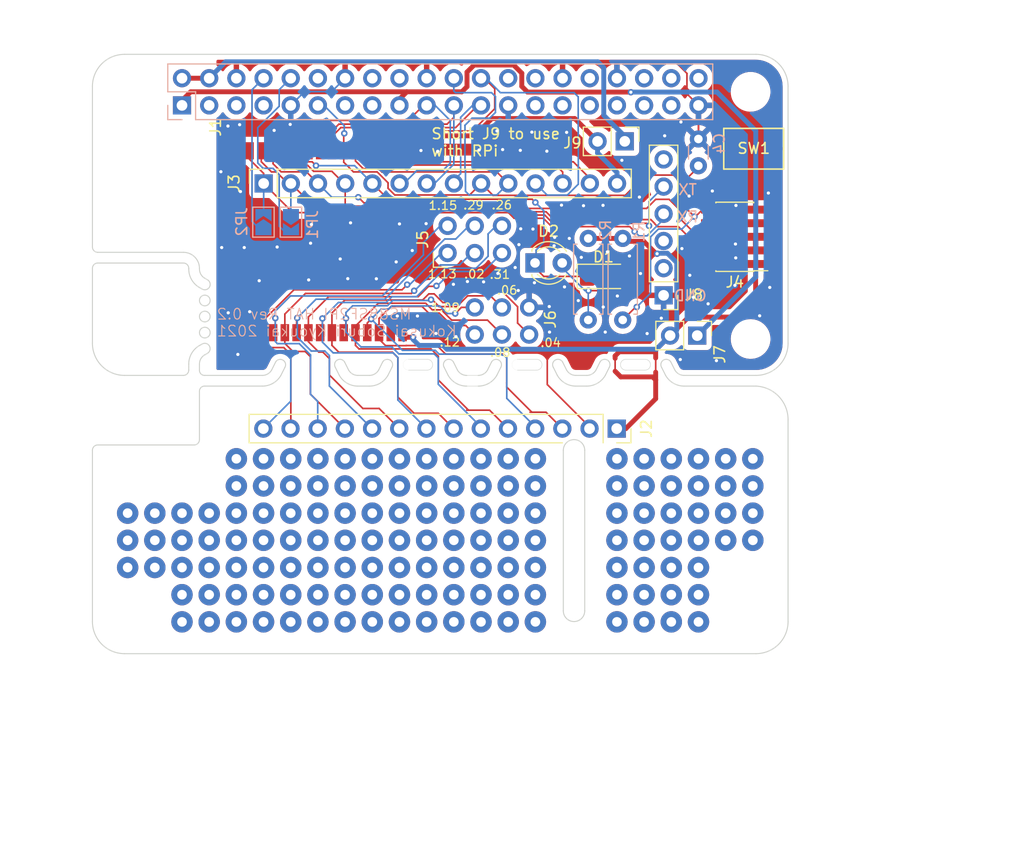
<source format=kicad_pcb>
(kicad_pcb (version 20211014) (generator pcbnew)
  (title_block (title "MS88SF2PI HAT") (date "2021-09-01") (rev "0.2") (company "Kokusai Soburi Kyoukai"))
  (layers (0 "F.Cu" signal) (31 "B.Cu" signal) (34 "B.Paste" user) (35 "F.Paste" user) (36 "B.SilkS" user "B.Silkscreen") (37 "F.SilkS" user "F.Silkscreen") (38 "B.Mask" user) (39 "F.Mask" user) (44 "Edge.Cuts" user))
  (net 0 "")
  (net 1 "GND")
  (net 2 "/RESET")
  (net 3 "/SWDCLK")
  (net 4 "/SWDIO")
  (net 5 "/MOSI")
  (net 6 "/MISO")
  (net 7 "/SCK")
  (net 8 "Net-(D1-Pad2)")
  (net 9 "+3V3")
  (net 10 "+5V")
  (net 11 "/ID_SD")
  (net 12 "/ID_SC")
  (net 13 "/GPIO5")
  (net 14 "/GPIO6")
  (net 15 "/GPIO26")
  (net 16 "/GPIO2(SDA1)")
  (net 17 "/GPIO3(SCL1)")
  (net 18 "/GPIO4(GCLK)")
  (net 19 "/RPI_TX")
  (net 20 "/GPIO27(GEN2)")
  (net 21 "/GPIO22(GEN3)")
  (net 22 "/GPIO23(GEN4)")
  (net 23 "/GPIO24(GEN5)")
  (net 24 "/HOST_INT")
  (net 25 "/GPIO18(GEN1)(PWM0)")
  (net 26 "/CSN")
  (net 27 "/GPIO7(SPI1_CE_N)")
  (net 28 "/GPIO12(PWM0)")
  (net 29 "/GPIO13(PWM1)")
  (net 30 "/GPIO19(SPI1_MISO)")
  (net 31 "/GPIO16")
  (net 32 "/GPIO20(SPI1_MOSI)")
  (net 33 "/GPIO21(SPI1_SCK)")
  (net 37 "/RTS")
  (net 38 "/RX")
  (net 39 "/TX")
  (net 40 "/RPI_RX")
  (net 41 "/D-")
  (net 42 "/LED")
  (net 43 "/D+")
  (net 44 "/P1.13")
  (net 45 "/P0.02")
  (net 46 "/P0.31")
  (net 47 "/P0.04")
  (net 48 "/P0.08")
  (net 49 "/P0.12")
  (net 50 "/P1.09")
  (net 51 "/P0.06")
  (net 52 "/P0.26")
  (net 53 "/P0.29")
  (net 54 "/P1.15")
  (net 57 "/VDDH")
  (net 58 "/VDD")
  (footprint "MountingHole:MountingHole_2.7mm_M2.5" (layer "F.Cu") (at 220.256 40.634 180)
    (fp_text reference "MK2" hide)
    (fp_text value "M2.5")
  )
  (footprint "myfootprints:Universal_D2.0mm_Drill0.9mm_4x3" (layer "F.Cu") (at 192.526 74.924)
    (fp_text reference "X6" hide)
    (fp_text value "Universal_D2.0mm_Drill0.9mm_4x3")
  )
  (footprint "soburi-footprints:1mm-hole" (layer "F.Cu") (at 178.176988 66.134005)
    (fp_text reference "H1" hide)
    (fp_text value "1mm-hole" hide)
  )
  (footprint "MountingHole:MountingHole_2.7mm_M2.5" (layer "F.Cu") (at 220.256 89.634)
    (fp_text reference "MK6" hide)
    (fp_text value "M2.5")
  )
  (footprint "myfootprints:Universal_D2.0mm_Drill0.9mm_4x4" (layer "F.Cu") (at 207.766006 82.544006)
    (fp_text reference "X9" hide)
    (fp_text value "Universal_D2.0mm_Drill0.9mm_4x4")
  )
  (footprint "myfootprints:Universal_D2.0mm_Drill0.9mm_2x2" (layer "F.Cu") (at 167.126006 87.624006)
    (fp_text reference "X11" hide)
    (fp_text value "Universal_D2.0mm_Drill0.9mm_2x2")
  )
  (footprint "Connector_PinHeader_2.54mm:PinHeader_1x06_P2.54mm_Vertical" (layer "F.Cu") (at 212.126 59.654 180)
    (fp_text reference "J8")
    (fp_text value "Conn_01x06")
  )
  (footprint "LED_SMD:LED_1206_3216Metric_Pad1.42x1.75mm_HandSolder" (layer "F.Cu") (at 206.506 57.884)
    (fp_text reference "D1")
    (fp_text value "LED")
  )
  (footprint "soburi-footprints:1mm-hole" (layer "F.Cu") (at 180.016394 66.134005)
    (fp_text reference "H2" hide)
    (fp_text value "1mm-hole")
  )
  (footprint "myfootprints:Universal_D2.0mm_Drill0.9mm_4x3" (layer "F.Cu") (at 207.766 74.924)
    (fp_text reference "X8" hide)
    (fp_text value "Universal_D2.0mm_Drill0.9mm_4x3")
  )
  (footprint "Connector_PinHeader_2.54mm:PinHeader_1x02_P2.54mm_Vertical" (layer "F.Cu") (at 215.271 63.414 -90)
    (fp_text reference "J7")
    (fp_text value "Conn_01x02")
  )
  (footprint "myfootprints:Universal_D2.0mm_Drill0.9mm_4x3" (layer "F.Cu") (at 162.046006 80.004006)
    (fp_text reference "X1" hide)
    (fp_text value "Universal_D2.0mm_Drill0.9mm_4x3")
  )
  (footprint "Connector_PinHeader_1.27mm:PinHeader_2x05_P1.27mm_Vertical_SMD" (layer "F.Cu") (at 218.776 54.184 180)
    (fp_text reference "J4")
    (fp_text value "SWD")
  )
  (footprint "ms88sf2pi_hat:MS88SF2" (layer "F.Cu") (at 189.046 63.344 90)
    (fp_text reference "J1")
    (fp_text value "MS88SF2")
  )
  (footprint "myfootprints:Universal_D2.0mm_Drill0.9mm_2x2" (layer "F.Cu") (at 217.926006 80.004006)
    (fp_text reference "X10" hide)
    (fp_text value "Universal_D2.0mm_Drill0.9mm_2x2")
  )
  (footprint "Connector_PinHeader_2.54mm:PinHeader_2x03_P2.54mm_Vertical" (layer "F.Cu") (at 194.480993 63.319005 90)
    (fp_text reference "J6")
    (fp_text value "Conn_02x03_Odd_Even")
  )
  (footprint "Connector_PinHeader_2.54mm:PinHeader_2x03_P2.54mm_Vertical" (layer "F.Cu") (at 191.943 55.699 90)
    (fp_text reference "J5")
    (fp_text value "Conn_02x03_Odd_Even")
  )
  (footprint "myfootprints:Universal_D2.0mm_Drill0.9mm_4x4" (layer "F.Cu") (at 192.526 82.544)
    (fp_text reference "X7" hide)
    (fp_text value "Universal_D2.0mm_Drill0.9mm_4x4")
  )
  (footprint "MountingHole:MountingHole_2.7mm_M2.5" (layer "F.Cu") (at 162.256 40.334 180)
    (fp_text reference "MK1" hide)
    (fp_text value "M2.5")
  )
  (footprint "soburi-footprints:SKRPACE010" (layer "F.Cu") (at 220.546 45.954)
    (fp_text reference "SW1")
    (fp_text value "SW_SPST" hide)
  )
  (footprint "myfootprints:Universal_D2.0mm_Drill0.9mm_4x3" (layer "F.Cu") (at 182.366 74.924)
    (fp_text reference "X4" hide)
    (fp_text value "Universal_D2.0mm_Drill0.9mm_4x3")
  )
  (footprint "Connector_PinSocket_2.54mm:PinSocket_1x14_P2.54mm_Vertical" (layer "F.Cu") (at 174.756 49.199 90)
    (fp_text reference "J3")
    (fp_text value "Conn_01x14")
  )
  (footprint "MountingHole:MountingHole_2.7mm_M2.5" (layer "F.Cu") (at 162.256 89.634)
    (fp_text reference "MK5" hide)
    (fp_text value "M2.5")
  )
  (footprint "Connector_PinHeader_2.54mm:PinHeader_1x02_P2.54mm_Vertical" (layer "F.Cu") (at 208.496 45.264 -90)
    (fp_text reference "J9")
    (fp_text value "Conn_01x02" hide)
  )
  (footprint "myfootprints:Universal_D2.0mm_Drill0.9mm_4x4" (layer "F.Cu") (at 182.366 82.544)
    (fp_text reference "X5" hide)
    (fp_text value "Universal_D2.0mm_Drill0.9mm_4x4")
  )
  (footprint "MountingHole:MountingHole_2.7mm_M2.5" (layer "F.Cu") (at 162.256 63.634 180)
    (fp_text reference "MK3" hide)
    (fp_text value "M2.5")
  )
  (footprint "LED_THT:LED_D3.0mm" (layer "F.Cu") (at 200.111 56.624)
    (fp_text reference "D2")
    (fp_text value "LED")
  )
  (footprint "Connector_PinSocket_2.54mm:PinSocket_1x14_P2.54mm_Vertical" (layer "F.Cu") (at 207.746 72.104 -90)
    (fp_text reference "J2")
    (fp_text value "Conn_01x14")
  )
  (footprint "myfootprints:Universal_D2.0mm_Drill0.9mm_2x2" (layer "F.Cu") (at 217.926006 74.924006)
    (fp_text reference "X12" hide)
    (fp_text value "Universal_D2.0mm_Drill0.9mm_2x2")
  )
  (footprint "myfootprints:Universal_D2.0mm_Drill0.9mm_4x4" (layer "F.Cu") (at 172.206 82.544)
    (fp_text reference "X3" hide)
    (fp_text value "Universal_D2.0mm_Drill0.9mm_4x4")
  )
  (footprint "myfootprints:Universal_D2.0mm_Drill0.9mm_4x3" (layer "F.Cu") (at 172.206 74.924)
    (fp_text reference "X2" hide)
    (fp_text value "Universal_D2.0mm_Drill0.9mm_4x3")
  )
  (footprint "MountingHole:MountingHole_2.7mm_M2.5" (layer "F.Cu") (at 220.256 63.734 180)
    (fp_text reference "MK4" hide)
    (fp_text value "M2.5")
  )
  (footprint "Jumper:SolderJumper-2_P1.3mm_Open_TrianglePad1.0x1.5mm" (layer "B.Cu") (at 177.306 52.814 -90)
    (fp_text reference "JP2")
    (fp_text value "SolderJumper_2_Open")
  )
  (footprint "Capacitor_THT:C_Disc_D3.0mm_W1.6mm_P2.50mm" (layer "B.Cu") (at 215.376 47.544 90)
    (fp_text reference "C4")
    (fp_text value "100n")
  )
  (footprint "Resistor_THT:R_Axial_DIN0207_L6.3mm_D2.5mm_P7.62mm_Horizontal" (layer "B.Cu") (at 205.086 54.334 -90)
    (fp_text reference "R2")
    (fp_text value "10k")
  )
  (footprint "Jumper:SolderJumper-2_P1.3mm_Open_TrianglePad1.0x1.5mm" (layer "B.Cu") (at 174.736 52.814 90)
    (fp_text reference "JP1")
    (fp_text value "SolderJumper_2_Open")
  )
  (footprint "Connector_PinSocket_2.54mm:PinSocket_2x20_P2.54mm_Vertical" (layer "B.Cu") (at 167.126 41.904 -90)
    (fp_text reference "P1" hide)
    (fp_text value "Conn_02x20_Odd_Even")
  )
  (footprint "Resistor_THT:R_Axial_DIN0207_L6.3mm_D2.5mm_P7.62mm_Horizontal" (layer "B.Cu") (at 208.306 61.954 90)
    (fp_text reference "R1")
    (fp_text value "10k")
  )
  (gr_arc (start 196.538759 67.133284) (mid 195.806536 67.866053) (end 194.805961 68.134289) (layer "Edge.Cuts") (width 0.1))
  (gr_line (start 169.006026 64.200698) (end 168.754941 64.344539) (layer "Edge.Cuts") (width 0.1))
  (gr_arc (start 185.873987 65.884) (mid 186.557 65.700987) (end 186.740013 66.384) (layer "Edge.Cuts") (width 0.1))
  (gr_arc (start 196.046987 65.884) (mid 196.73 65.700987) (end 196.913013 66.384) (layer "Edge.Cuts") (width 0.1))
  (gr_arc (start 203.930059 67.134488) (mid 203.428092 66.999451) (end 203.061627 66.630792) (layer "Edge.Cuts") (width 0.1))
  (gr_arc (start 168.756037 58.923049) (mid 168.024731 58.191067) (end 167.757085 57.191582) (layer "Edge.Cuts") (width 0.1))
  (gr_line (start 169.007122 59.06689) (end 168.756037 58.923049) (layer "Edge.Cuts") (width 0.1))
  (gr_line (start 169.256 68.133999) (end 174.632961 68.134289) (layer "Edge.Cuts") (width 0.1))
  (gr_line (start 188.2952 66.6436) (end 190.028786 66.643451) (layer "Edge.Cuts") (width 0.05))
  (gr_arc (start 198.4702 66.6436) (mid 197.9622 66.1356) (end 198.4702 65.6276) (layer "Edge.Cuts") (width 0.01))
  (gr_line (start 159.256 55.634) (end 167.256 55.634) (layer "Edge.Cuts") (width 0.1))
  (gr_line (start 169.506026 65.066724) (end 169.255857 65.210076) (layer "Edge.Cuts") (width 0.1))
  (gr_arc (start 186.365759 67.133284) (mid 185.633536 67.866053) (end 184.632961 68.134289) (layer "Edge.Cuts") (width 0.1))
  (gr_arc (start 201.823007 66.384) (mid 202.00602 65.700987) (end 202.689033 65.884) (layer "Edge.Cuts") (width 0.1))
  (gr_line (start 169.507122 58.200864) (end 169.256953 58.057512) (layer "Edge.Cuts") (width 0.1))
  (gr_line (start 191.997505 67.133144) (end 191.623007 66.384) (layer "Edge.Cuts") (width 0.1))
  (gr_arc (start 168.756 73.134) (mid 168.609553 73.487553) (end 168.256 73.634) (layer "Edge.Cuts") (width 0.1))
  (gr_arc (start 158.756001 57.133999) (mid 158.902447 56.780447) (end 159.255999 56.634001) (layer "Edge.Cuts") (width 0.1))
  (gr_arc (start 183.560059 68.134008) (mid 182.559625 67.865809) (end 181.827505 67.133144) (layer "Edge.Cuts") (width 0.1))
  (gr_line (start 214.046059 68.134008) (end 220.756 68.134) (layer "Edge.Cuts") (width 0.1))
  (gr_arc (start 167.256 56.634) (mid 167.609553 56.780447) (end 167.756 57.134) (layer "Edge.Cuts") (width 0.1))
  (gr_line (start 202.756 89.134) (end 202.756 74.134) (layer "Edge.Cuts") (width 0.1))
  (gr_arc (start 158.756 74.134) (mid 158.902447 73.780447) (end 159.256 73.634) (layer "Edge.Cuts") (width 0.1))
  (gr_circle (center 169.256 61.634) (end 169.756 61.634) (layer "Edge.Cuts") (width 0.1) (fill none))
  (gr_line (start 206.182967 65.884) (end 205.808427 66.633874) (layer "Edge.Cuts") (width 0.1))
  (gr_line (start 196.913013 66.384) (end 196.538759 67.133284) (layer "Edge.Cuts") (width 0.1))
  (gr_line (start 203.930059 68.134008) (end 204.941941 68.134289) (layer "Edge.Cuts") (width 0.1))
  (gr_arc (start 214.046059 67.134488) (mid 213.544092 66.999451) (end 213.177627 66.630792) (layer "Edge.Cuts") (width 0.1))
  (gr_arc (start 183.560059 67.134488) (mid 183.058092 66.999451) (end 182.691627 66.630792) (layer "Edge.Cuts") (width 0.1))
  (gr_line (start 175.873987 65.884) (end 175.499447 66.633874) (layer "Edge.Cuts") (width 0.1))
  (gr_arc (start 175.499447 66.633874) (mid 175.133276 67.000231) (end 174.632961 67.134336) (layer "Edge.Cuts") (width 0.1))
  (gr_line (start 158.756 40.134) (end 158.756 55.134) (layer "Edge.Cuts") (width 0.1))
  (gr_line (start 183.560059 67.134488) (end 184.632961 67.134336) (layer "Edge.Cuts") (width 0.1))
  (gr_arc (start 195.672447 66.633874) (mid 195.306276 67.000231) (end 194.805961 67.134336) (layer "Edge.Cuts") (width 0.1))
  (gr_arc (start 168.756 68.633999) (mid 168.895359 68.273358) (end 169.256 68.133999) (layer "Edge.Cuts") (width 0.1))
  (gr_line (start 208.6062 66.6436) (end 210.363786 66.643451) (layer "Edge.Cuts") (width 0.05))
  (gr_circle (center 169.256 60.134) (end 169.756 60.134) (layer "Edge.Cuts") (width 0.1) (fill none))
  (gr_line (start 168.756024 66.076006) (end 168.756 66.634) (layer "Edge.Cuts") (width 0.1))
  (gr_line (start 167.756 57.134) (end 167.757085 57.191582) (layer "Edge.Cuts") (width 0.1))
  (gr_line (start 183.560059 68.134008) (end 184.632961 68.134289) (layer "Edge.Cuts") (width 0.1))
  (gr_arc (start 169.507122 58.200864) (mid 169.690135 58.883877) (end 169.007122 59.06689) (layer "Edge.Cuts") (width 0.1))
  (gr_line (start 168.256 73.634) (end 159.256 73.634) (layer "Edge.Cuts") (width 0.1))
  (gr_arc (start 169.256 67.134) (mid 168.895359 66.994641) (end 168.756 66.634) (layer "Edge.Cuts") (width 0.1))
  (gr_line (start 193.730059 67.134488) (end 194.805961 67.134336) (layer "Edge.Cuts") (width 0.05))
  (gr_line (start 196.046987 65.884) (end 195.672447 66.633874) (layer "Edge.Cuts") (width 0.1))
  (gr_line (start 202.197505 67.133144) (end 201.823007 66.384) (layer "Edge.Cuts") (width 0.1))
  (gr_line (start 188.2952 65.6276) (end 190.028786 65.627601) (layer "Edge.Cuts") (width 0.05))
  (gr_line (start 158.756001 57.133999) (end 158.756 64.134) (layer "Edge.Cuts") (width 0.1))
  (gr_line (start 203.930059 67.134488) (end 204.941941 67.134336) (layer "Edge.Cuts") (width 0.1))
  (gr_arc (start 191.623007 66.384) (mid 191.80602 65.700987) (end 192.489033 65.884) (layer "Edge.Cuts") (width 0.1))
  (gr_line (start 158.756 74.134) (end 158.756 90.134) (layer "Edge.Cuts") (width 0.1))
  (gr_arc (start 168.756024 66.076006) (mid 168.88995 65.576089) (end 169.255857 65.210076) (layer "Edge.Cuts") (width 0.1))
  (gr_arc (start 220.756 68.134) (mid 222.884889 69.096231) (end 223.756 71.264) (layer "Edge.Cuts") (width 0.1))
  (gr_arc (start 206.674739 67.133284) (mid 205.942516 67.866053) (end 204.941941 68.134289) (layer "Edge.Cuts") (width 0.1))
  (gr_line (start 213.177627 66.630792) (end 212.805033 65.884) (layer "Edge.Cuts") (width 0.1))
  (gr_line (start 186.740013 66.384) (end 186.365759 67.133284) (layer "Edge.Cuts") (width 0.1))
  (gr_line (start 207.048993 66.384) (end 206.674739 67.133284) (layer "Edge.Cuts") (width 0.1))
  (gr_arc (start 220.756 37.134) (mid 222.87732 38.01268) (end 223.756 40.134) (layer "Edge.Cuts") (width 0.1))
  (gr_line (start 176.740013 66.384) (end 176.365759 67.133284) (layer "Edge.Cuts") (width 0.1))
  (gr_arc (start 161.756 67.134) (mid 159.63468 66.25532) (end 158.756 64.134) (layer "Edge.Cuts") (width 0.1))
  (gr_line (start 198.4702 66.6436) (end 200.227786 66.643451) (layer "Edge.Cuts") (width 0.05))
  (gr_line (start 168.755998 57.133998) (end 168.75712 57.191582) (layer "Edge.Cuts") (width 0.1))
  (gr_arc (start 200.2814 65.627601) (mid 200.763929 66.162407) (end 200.227786 66.64345) (layer "Edge.Cuts") (width 0.05))
  (gr_arc (start 205.808427 66.633874) (mid 205.442256 67.000231) (end 204.941941 67.134336) (layer "Edge.Cuts") (width 0.1))
  (gr_line (start 203.061627 66.630792) (end 202.689033 65.884) (layer "Edge.Cuts") (width 0.1))
  (gr_arc (start 158.756 40.134) (mid 159.63468 38.01268) (end 161.756 37.134) (layer "Edge.Cuts") (width 0.1))
  (gr_arc (start 214.046059 68.134008) (mid 213.045625 67.865809) (end 212.313505 67.133144) (layer "Edge.Cuts") (width 0.1))
  (gr_arc (start 181.453007 66.384) (mid 181.63602 65.700987) (end 182.319033 65.884) (layer "Edge.Cuts") (width 0.1))
  (gr_line (start 220.756 37.134) (end 161.756 37.134) (layer "Edge.Cuts") (width 0.1))
  (gr_arc (start 190.028786 65.627601) (mid 190.546559 66.135527) (end 190.028787 66.643453) (layer "Edge.Cuts") (width 0.05))
  (gr_arc (start 223.756 64.134) (mid 222.87732 66.25532) (end 220.756 67.134) (layer "Edge.Cuts") (width 0.1))
  (gr_arc (start 193.730059 67.134488) (mid 193.228092 66.999451) (end 192.861627 66.630792) (layer "Edge.Cuts") (width 0.1))
  (gr_arc (start 208.6062 66.6436) (mid 208.0982 66.1356) (end 208.6062 65.6276) (layer "Edge.Cuts") (width 0.05))
  (gr_arc (start 210.4174 65.627601) (mid 210.899929 66.162407) (end 210.363786 66.64345) (layer "Edge.Cuts") (width 0.05))
  (gr_line (start 182.691627 66.630792) (end 182.319033 65.884) (layer "Edge.Cuts") (width 0.1))
  (gr_line (start 168.756 68.633999) (end 168.756 73.134) (layer "Edge.Cuts") (width 0.1))
  (gr_arc (start 206.182967 65.884) (mid 206.86598 65.700987) (end 207.048993 66.384) (layer "Edge.Cuts") (width 0.1))
  (gr_line (start 198.4702 65.6276) (end 200.2814 65.627601) (layer "Edge.Cuts") (width 0.05))
  (gr_line (start 212.313505 67.133144) (end 211.939007 66.384) (layer "Edge.Cuts") (width 0.1))
  (gr_arc (start 167.755989 66.634006) (mid 167.609542 66.987559) (end 167.255989 67.134006) (layer "Edge.Cuts") (width 0.1))
  (gr_line (start 204.756 74.134) (end 204.756 89.134) (layer "Edge.Cuts") (width 0.1))
  (gr_line (start 214.046059 67.134488) (end 220.756 67.134) (layer "Edge.Cuts") (width 0.1))
  (gr_arc (start 169.006026 64.200698) (mid 169.689039 64.383711) (end 169.506026 65.066724) (layer "Edge.Cuts") (width 0.1))
  (gr_line (start 192.861627 66.630792) (end 192.489033 65.884) (layer "Edge.Cuts") (width 0.1))
  (gr_arc (start 223.756 90.134) (mid 222.87732 92.25532) (end 220.756 93.134) (layer "Edge.Cuts") (width 0.1))
  (gr_line (start 161.756 93.134) (end 220.756 93.134) (layer "Edge.Cuts") (width 0.1))
  (gr_arc (start 203.930059 68.134008) (mid 202.929625 67.865809) (end 202.197505 67.133144) (layer "Edge.Cuts") (width 0.1))
  (gr_arc (start 159.256 55.634) (mid 158.902447 55.487553) (end 158.756 55.134) (layer "Edge.Cuts") (width 0.1))
  (gr_line (start 169.256 67.134) (end 174.632961 67.134336) (layer "Edge.Cuts") (width 0.1))
  (gr_arc (start 176.365759 67.133284) (mid 175.633536 67.866053) (end 174.632961 68.134289) (layer "Edge.Cuts") (width 0.1))
  (gr_arc (start 185.499447 66.633874) (mid 185.133276 67.000231) (end 184.632961 67.134336) (layer "Edge.Cuts") (width 0.1))
  (gr_line (start 208.6062 65.6276) (end 210.4174 65.627601) (layer "Edge.Cuts") (width 0.05))
  (gr_circle (center 169.256 63.134) (end 169.756 63.134) (layer "Edge.Cuts") (width 0.1) (fill none))
  (gr_arc (start 167.755989 66.076006) (mid 168.023635 65.076521) (end 168.754941 64.344539) (layer "Edge.Cuts") (width 0.1))
  (gr_line (start 223.756 64.134) (end 223.756 40.134) (layer "Edge.Cuts") (width 0.1))
  (gr_arc (start 161.756 93.134) (mid 159.63468 92.25532) (end 158.756 90.134) (layer "Edge.Cuts") (width 0.1))
  (gr_line (start 193.730059 68.134008) (end 194.805961 68.134289) (layer "Edge.Cuts") (width 0.05))
  (gr_line (start 185.873987 65.884) (end 185.499447 66.633874) (layer "Edge.Cuts") (width 0.1))
  (gr_arc (start 169.256953 58.057512) (mid 168.891046 57.691499) (end 168.75712 57.191582) (layer "Edge.Cuts") (width 0.1))
  (gr_arc (start 204.756 89.134) (mid 203.756 90.134) (end 202.756 89.134) (layer "Edge.Cuts") (width 0.1))
  (gr_line (start 223.756 71.264) (end 223.756 90.134) (layer "Edge.Cuts") (width 0.1))
  (gr_arc (start 175.873987 65.884) (mid 176.557 65.700987) (end 176.740013 66.384) (layer "Edge.Cuts") (width 0.1))
  (gr_line (start 167.755989 66.076006) (end 167.755989 66.634006) (layer "Edge.Cuts") (width 0.1))
  (gr_line (start 159.256 56.634) (end 167.256 56.634) (layer "Edge.Cuts") (width 0.1))
  (gr_arc (start 188.2952 66.6436) (mid 187.7872 66.1356) (end 188.2952 65.6276) (layer "Edge.Cuts") (width 0.01))
  (gr_arc (start 211.939007 66.384) (mid 212.12202 65.700987) (end 212.805033 65.884) (layer "Edge.Cuts") (width 0.1))
  (gr_arc (start 193.730059 68.134008) (mid 192.729625 67.865809) (end 191.997505 67.133144) (layer "Edge.Cuts") (width 0.1))
  (gr_line (start 167.255989 67.134006) (end 161.756 67.134006) (layer "Edge.Cuts") (width 0.1))
  (gr_arc (start 167.256 55.634) (mid 168.316659 56.073339) (end 168.755998 57.133998) (layer "Edge.Cuts") (width 0.1))
  (gr_arc (start 202.756 74.134) (mid 203.756 73.134) (end 204.756 74.134) (layer "Edge.Cuts") (width 0.1))
  (gr_line (start 181.827505 67.133144) (end 181.453007 66.384) (layer "Edge.Cuts") (width 0.1))
  (gr_text "GND\n" (at 214.624 59.684) (layer "B.SilkS") (effects (font (size 1 1)) (justify mirror)))
  (gr_text "TX" (at 214.37 49.778) (layer "B.SilkS") (effects (font (size 1 1)) (justify mirror)))
  (gr_text "${COMPANY} 2021" (at 181.5806 62.993) (layer "B.SilkS") (effects (font (size 1 1) (thickness 0.1)) (justify mirror)))
  (gr_text "RX" (at 214.37 52.318) (layer "B.SilkS") (effects (font (size 1 1)) (justify mirror)))
  (gr_text "${TITLE} Rev ${REVISION}" (at 179.4704 61.4112) (layer "B.SilkS") (effects (font (size 1 1) (thickness 0.1)) (justify mirror)))
  (gr_text ".31" (at 196.826 57.704) (layer "F.SilkS") (effects (font (size 0.8 0.8) (thickness 0.12))))
  (gr_text ".06" (at 197.5044 59.176) (layer "F.SilkS") (effects (font (size 0.8 0.8) (thickness 0.12))))
  (gr_text "1.09" (at 191.7386 60.8016) (layer "F.SilkS") (effects (font (size 0.8 0.8) (thickness 0.12))))
  (gr_text ".08" (at 196.856 64.994) (layer "F.SilkS") (effects (font (size 0.8 0.8) (thickness 0.12))))
  (gr_text ".04" (at 201.5684 64.0782) (layer "F.SilkS") (effects (font (size 0.8 0.8) (thickness 0.12))))
  (gr_text ".02" (at 194.436 57.674) (layer "F.SilkS") (effects (font (size 0.8 0.8) (thickness 0.12))))
  (gr_text ".29" (at 194.356 51.224) (layer "F.SilkS") (effects (font (size 0.8 0.8) (thickness 0.12))))
  (gr_text "1.15" (at 191.51 51.264) (layer "F.SilkS") (effects (font (size 0.8 0.8) (thickness 0.12))))
  (gr_text "1.13" (at 191.456 57.654) (layer "F.SilkS") (effects (font (size 0.8 0.8) (thickness 0.12))))
  (gr_text ".26" (at 197.006 51.214) (layer "F.SilkS") (effects (font (size 0.8 0.8) (thickness 0.12))))
  (gr_text ".12" (at 192.145 64.0274) (layer "F.SilkS") (effects (font (size 0.8 0.8) (thickness 0.12))))
  (gr_text "Short J9 to use\nwith RPi" (at 190.3416 45.3584) (layer "F.SilkS") (effects (font (size 1 1)) (justify left)))
  (segment (start 213.196 37.804) (end 214.307889 38.915889) (width 0.1524) (layer "F.Cu") (net 1))
  (segment (start 215.386 44.954) (end 215.486 45.054) (width 0.1524) (layer "F.Cu") (net 1))
  (segment (start 212.126 59.654) (end 212.126 61.574) (width 0.1524) (layer "F.Cu") (net 1))
  (segment (start 211.911 61.789) (end 211.711 61.989) (width 0.1524) (layer "F.Cu") (net 1))
  (segment (start 192.316 64.674) (end 200.246 64.674) (width 0.1524) (layer "F.Cu") (net 1))
  (segment (start 214.307889 40.825889) (end 215.386 41.904) (width 0.1524) (layer "F.Cu") (net 1))
  (segment (start 212.126 61.574) (end 211.911 61.789) (width 0.1524) (layer "F.Cu") (net 1))
  (segment (start 201.156 63.764) (end 210.046 63.764) (width 0.1524) (layer "F.Cu") (net 1))
  (segment (start 215.386 45.034) (end 215.376 45.044) (width 0.1524) (layer "F.Cu") (net 1))
  (segment (start 215.386 41.904) (end 215.386 44.954) (width 0.1524) (layer "F.Cu") (net 1))
  (segment (start 207.766 37.894) (end 207.856 37.804) (width 0.1524) (layer "F.Cu") (net 1))
  (segment (start 215.386 41.904) (end 215.386 45.034) (width 0.1524) (layer "F.Cu") (net 1))
  (segment (start 216.526 43.894) (end 218.276 43.894) (width 0.1524) (layer "F.Cu") (net 1))
  (segment (start 189.226 61.584) (end 189.126 61.584) (width 0.1524) (layer "F.Cu") (net 1))
  (segment (start 173.3998 62.9078) (end 173.3998 61.2334) (width 0.1524) (layer "F.Cu") (net 1))
  (segment (start 210.046 63.764) (end 210.586 63.224) (width 0.1524) (layer "F.Cu") (net 1))
  (segment (start 207.856 37.804) (end 213.196 37.804) (width 0.1524) (layer "F.Cu") (net 1))
  (segment (start 186.636 63.144) (end 186.636 62.1916) (width 0.1524) (layer "F.Cu") (net 1))
  (segment (start 211.711 62.099) (end 210.586 63.224) (width 0.1524) (layer "F.Cu") (net 1))
  (segment (start 187.2436 61.584) (end 189.126 61.584) (width 0.1524) (layer "F.Cu") (net 1))
  (segment (start 201.256921 67.984921) (end 205.376 72.104) (width 0.1524) (layer "F.Cu") (net 1))
  (segment (start 200.431 64.659) (end 201.256921 65.484921) (width 0.1524) (layer "F.Cu") (net 1))
  (segment (start 201.256921 65.484921) (end 201.256921 67.984921) (width 0.1524) (layer "F.Cu") (net 1))
  (segment (start 200.246 64.674) (end 201.156 63.764) (width 0.1524) (layer "F.Cu") (net 1))
  (segment (start 218.471 44.089) (end 218.471 44.879) (width 0.1524) (layer "F.Cu") (net 1))
  (segment (start 186.636 62.1916) (end 187.2436 61.584) (width 0.1524) (layer "F.Cu") (net 1))
  (segment (start 173.3998 61.2334) (end 173.4506 61.1826) (width 0.1524) (layer "F.Cu") (net 1))
  (segment (start 214.307889 38.915889) (end 214.307889 40.825889) (width 0.1524) (layer "F.Cu") (net 1))
  (segment (start 215.376 45.044) (end 216.526 43.894) (width 0.1524) (layer "F.Cu") (net 1))
  (segment (start 190.856 63.214) (end 192.316 64.674) (width 0.1524) (layer "F.Cu") (net 1))
  (segment (start 211.711 61.989) (end 211.711 62.099) (width 0.1524) (layer "F.Cu") (net 1))
  (segment (start 218.276 43.894) (end 218.471 44.089) (width 0.1524) (layer "F.Cu") (net 1))
  (segment (start 190.856 63.214) (end 189.226 61.584) (width 0.1524) (layer "F.Cu") (net 1))
  (segment (start 220.726 54.184) (end 220.726 55.454) (width 0.1524) (layer "F.Cu") (net 1))
  (segment (start 207.766 39.364) (end 207.766 37.894) (width 0.1524) (layer "F.Cu") (net 1))
  (via (at 211.911 61.789) (size 0.6) (drill 0.3) (layers "F.Cu" "B.Cu") (net 1))
  (via (at 198.7744 53.4356) (size 0.6) (drill 0.3) (layers "F.Cu" "B.Cu") (net 1))
  (via (at 198.736 46.104) (size 0.6) (drill 0.3) (layers "F.Cu" "B.Cu") (net 1))
  (via (at 182.874 52.8768) (size 0.6) (drill 0.3) (layers "F.Cu" "B.Cu") (net 1))
  (via (at 214.506 50.374) (size 0.6) (drill 0.3) (layers "F.Cu" "B.Cu") (net 1))
  (via (at 201.946 54.234) (size 0.6) (drill 0.3) (layers "F.Cu" "B.Cu") (net 1))
  (via (at 194.886 46.074) (size 0.6) (drill 0.3) (layers "F.Cu" "B.Cu") (net 1))
  (via (at 187.138876 56.527917) (size 0.6) (drill 0.3) (layers "F.Cu" "B.Cu") (net 1))
  (via (at 190.856 63.214) (size 0.6) (drill 0.3) (layers "F.Cu" "B.Cu") (net 1))
  (via (at 187.2436 61.584) (size 0.6) (drill 0.3) (layers "F.Cu" "B.Cu") (net 1))
  (via (at 201.4668 63.0876) (size 0.6) (drill 0.3) (layers "F.Cu" "B.Cu") (net 1))
  (via (at 201.896 55.024) (size 0.6) (drill 0.3) (layers "F.Cu" "B.Cu") (net 1))
  (via (at 218.8658 56.1534) (size 0.6) (drill 0.3) (layers "F.Cu" "B.Cu") (net 1))
  (via (at 221.101 61.5636) (size 0.6) (drill 0.3) (layers "F.Cu" "B.Cu") (net 1))
  (via (at 172.5108 43.7074) (size 0.6) (drill 0.3) (layers "F.Cu" "B.Cu") (net 1))
  (via (at 209.866 50.474) (size 0.6) (drill 0.3) (layers "F.Cu" "B.Cu") (net 1))
  (via (at 206.6738 63.0876) (size 0.6) (drill 0.3) (layers "F.Cu" "B.Cu") (net 1))
  (via (at 196.556 44.294) (size 0.6) (drill 0.3) (layers "F.Cu" "B.Cu") (net 1))
  (via (at 213.6842 65.653) (size 0.6) (drill 0.3) (layers "F.Cu" "B.Cu") (net 1))
  (via (at 178.9624 58.2108) (size 0.6) (drill 0.3) (layers "F.Cu" "B.Cu") (net 1))
  (via (at 218.7896 58.7188) (size 0.6) (drill 0.3) (layers "F.Cu" "B.Cu") (net 1))
  (via (at 170.8344 55.1882) (size 0.6) (drill 0.3) (layers "F.Cu" "B.Cu") (net 1))
  (via (at 222.046 58.914) (size 0.6) (drill 0.3) (layers "F.Cu" "B.Cu") (net 1))
  (via (at 200.056 58.474) (size 0.6) (drill 0.3) (layers "F.Cu" "B.Cu") (net 1))
  (via (at 199.9174 53.461) (size 0.6) (drill 0.3) (layers "F.Cu" "B.Cu") (net 1))
  (via (at 209.966 57.614) (size 0.6) (drill 0.3) (layers "F.Cu" "B.Cu") (net 1))
  (via (at 208.226 47.034) (size 0.6) (drill 0.3) (layers "F.Cu" "B.Cu") (net 1))
  (via (at 221.916 50.094) (size 0.6) (drill 0.3) (layers "F.Cu" "B.Cu") (net 1))
  (via (at 191.0274 46.1966) (size 0.6) (drill 0.3) (layers "F.Cu" "B.Cu") (net 1))
  (via (at 213.746 43.454) (size 0.6) (drill 0.3) (layers "F.Cu" "B.Cu") (net 1))
  (via (at 216.6814 49.905) (size 0.6) (drill 0.3) (layers "F.Cu" "B.Cu") (net 1))
  (via (at 204.436 56.104) (size 0.6) (drill 0.3) (layers "F.Cu" "B.Cu") (net 1))
  (via (at 198.5458 59.2014) (size 0.6) (drill 0.3) (layers "F.Cu" "B.Cu") (net 1))
  (via (at 206.486 60.744) (size 0.6) (drill 0.3) (layers "F.Cu" "B.Cu") (net 1))
  (via (at 177.2352 43.682) (size 0.6) (drill 0.3) (layers "F.Cu" "B.Cu") (net 1))
  (via (at 206.877 55.5946) (size 0.6) (drill 0.3) (layers "F.Cu" "B.Cu") (net 1))
  (via (at 204.6418 51.2766) (size 0.6) (drill 0.3) (layers "F.Cu" "B.Cu") (net 1))
  (via (at 198.606 54.914) (size 0.6) (drill 0.3) (layers "F.Cu" "B.Cu") (net 1))
  (via (at 204.156 60.144) (size 0.6) (drill 0.3) (layers "F.Cu" "B.Cu") (net 1))
  (via (at 195.306 58.394) (size 0.6) (drill 0.3) (layers "F.Cu" "B.Cu") (net 1))
  (via (at 218.8404 54.858) (size 0.6) (drill 0.3) (layers "F.Cu" "B.Cu") (net 1))
  (via (at 208.936 55.974) (size 0.6) (drill 0.3) (layers "F.Cu" "B.Cu") (net 1))
  (via (at 216.286 60.444) (size 0.6) (drill 0.3) (layers "F.Cu" "B.Cu") (net 1))
  (via (at 182.616 58.094) (size 0.6) (drill 0.3) (layers "F.Cu" "B.Cu") (net 1))
  (via (at 214.5732 57.779) (size 0.6) (drill 0.3) (layers "F.Cu" "B.Cu") (net 1))
  (via (at 172.9426 55.1882) (size 0.6) (drill 0.3) (layers "F.Cu" "B.Cu") (net 1))
  (via (at 214.9034 59.8364) (size 0.6) (drill 0.3) (layers "F.Cu" "B.Cu") (net 1))
  (via (at 171.444 61.2842) (size 0.6) (drill 0.3) (layers "F.Cu" "B.Cu") (net 1))
  (via (at 181.9088 56.255) (size 0.6) (drill 0.3) (layers "F.Cu" "B.Cu") (net 1))
  (via (at 212.226 44.744) (size 0.6) (drill 0.3) (layers "F.Cu" "B.Cu") (net 1))
  (via (at 175.7366 44.2408) (size 0.6) (drill 0.3) (layers "F.Cu" "B.Cu") (net 1))
  (via (at 189.9352 52.953) (size 0.6) (drill 0.3) (layers "F.Cu" "B.Cu") (net 1))
  (via (at 172.587 49.9558) (size 0.6) (drill 0.3) (layers "F.Cu" "B.Cu") (net 1))
  (via (at 187.446 52.9784) (size 0.6) (drill 0.3) (layers "F.Cu" "B.Cu") (net 1))
  (via (at 185.286 58.104) (size 0.6) (drill 0.3) (layers "F.Cu" "B.Cu") (net 1))
  (via (at 176.016 55.1374) (size 0.6) (drill 0.3) (layers "F.Cu" "B.Cu") (net 1))
  (via (at 201.216 46.184) (size 0.6) (drill 0.3) (layers "F.Cu" "B.Cu") (net 1))
  (via (at 217.0624 65.7546) (size 0.6) (drill 0.3) (layers "F.Cu" "B.Cu") (net 1))
  (via (at 173.4506 61.1826) (size 0.6) (drill 0.3) (layers "F.Cu" "B.Cu") (net 1))
  (via (at 192.486 58.624) (size 0.6) (drill 0.3) (layers "F.Cu" "B.Cu") (net 1))
  (via (at 189.126 61.584) (size 0.6) (drill 0.3) (layers "F.Cu" "B.Cu") (net 1))
  (via (at 192.726 63.514) (size 0.6) (drill 0.3) (layers "F.Cu" "B.Cu") (net 1))
  (via (at 203.316 54.334) (size 0.6) (drill 0.3) (layers "F.Cu" "B.Cu") (net 1))
  (via (at 179.1402 54.7818) (size 0.6) (drill 0.3) (layers "F.Cu" "B.Cu") (net 1))
  (via (at 213.836 55.284) (size 0.6) (drill 0.3) (layers "F.Cu" "B.Cu") (net 1))
  (via (at 174.3396 58.287) (size 0.6) (drill 0.3) (layers "F.Cu" "B.Cu") (net 1))
  (via (at 179.2164 53.0292) (size 0.6) (drill 0.3) (layers "F.Cu" "B.Cu") (net 1))
  (via (at 172.346 65.174) (size 0.6) (drill 0.3) (layers "F.Cu" "B.Cu") (net 1))
  (via (at 188.6398 55.4676) (size 0.6) (drill 0.3) (layers "F.Cu" "B.Cu") (net 1))
  (via (at 218.886 51.254) (size 0.6) (drill 0.3) (layers "F.Cu" "B.Cu") (net 1))
  (via (at 202.586 51.224) (size 0.6) (drill 0.3) (layers "F.Cu" "B.Cu") (net 1))
  (via (at 170.7582 48.1016) (size 0.6) (drill 0.3) (layers "F.Cu" "B.Cu") (net 1))
  (via (at 206.466 51.244) (size 0.6) (drill 0.3) (layers "F.Cu" "B.Cu") (net 1))
  (via (at 193.796 58.3632) (size 0.6) (drill 0.3) (layers "F.Cu" "B.Cu") (net 1))
  (via (at 198.256 57.054) (size 0.6) (drill 0.3) (layers "F.Cu" "B.Cu") (net 1))
  (via (at 207.806 59.714) (size 0.6) (drill 0.3) (layers "F.Cu" "B.Cu") (net 1))
  (via (at 189.4526 46.1204) (size 0.6) (drill 0.3) (layers "F.Cu" "B.Cu") (net 1))
  (via (at 210.586 63.224) (size 0.6) (drill 0.3) (layers "F.Cu" "B.Cu") (net 1))
  (via (at 197.086 46.034) (size 0.6) (drill 0.3) (layers "F.Cu" "B.Cu") (net 1))
  (via (at 203.066 44.424) (size 0.6) (drill 0.3) (layers "F.Cu" "B.Cu") (net 1))
  (via (at 201.4414 60.7) (size 0.6) (drill 0.3) (layers "F.Cu" "B.Cu") (net 1))
  (via (at 202.866 58.864) (size 0.6) (drill 0.3) (layers "F.Cu" "B.Cu") (net 1))
  (via (at 199.816 44.404) (size 0.6) (drill 0.3) (layers "F.Cu" "B.Cu") (net 1))
  (via (at 196.6408 57.6012) (size 0.6) (drill 0.3) (layers "F.Cu" "B.Cu") (net 1))
  (via (at 171.4186 43.8344) (size 0.6) (drill 0.3) (layers "F.Cu" "B.Cu") (net 1))
  (segment (start 177.286 69.544) (end 174.726 72.104) (width 0.1524) (layer "B.Cu") (net 1))
  (segment (start 172.346 65.174) (end 175.556 65.174) (width 0.1524) (layer "B.Cu") (net 1))
  (segment (start 177.286 65.284) (end 177.286 69.544) (width 0.1524) (layer "B.Cu") (net 1))
  (segment (start 175.556 65.174) (end 175.8076 64.9224) (width 0.1524) (layer "B.Cu") (net 1))
  (segment (start 181.116 40.614) (end 182.366 39.364) (width 0.1524) (layer "B.Cu") (net 1))
  (segment (start 175.8076 64.9224) (end 176.9244 64.9224) (width 0.1524) (layer "B.Cu") (net 1))
  (segment (start 178.576 40.614) (end 181.116 40.614) (width 0.1524) (layer "B.Cu") (net 1))
  (segment (start 176.9244 64.9224) (end 177.286 65.284) (width 0.1524) (layer "B.Cu") (net 1))
  (segment (start 177.286 41.904) (end 178.576 40.614) (width 0.1524) (layer "B.Cu") (net 1))
  (segment (start 196.1884 50.3114) (end 208.5386 50.3114) (width 0.1524) (layer "F.Cu") (net 2))
  (segment (start 209.276 49.574) (end 209.276 49.124) (width 0.1524) (layer "F.Cu") (net 2))
  (segment (start 186.377889 49.136209) (end 186.377889 49.645569) (width 0.1524) (layer "F.Cu") (net 2))
  (segment (start 218.471 50.2044) (end 218.2337 50.4417) (width 0.1524) (layer "F.Cu") (net 2))
  (segment (start 213.047889 48.415889) (end 213.556 48.924) (width 0.1524) (layer "F.Cu") (net 2))
  (segment (start 215.7548 51.644) (end 215.0554 52.3434) (width 0.1524) (layer "F.Cu") (net 2))
  (segment (start 213.556 50.844) (end 215.006 52.294) (width 0.1524) (layer "F.Cu") (net 2))
  (segment (start 182.236 46.144) (end 182.236 47.2096) (width 0.1524) (layer "F.Cu") (net 2))
  (segment (start 218.471 47.029) (end 218.471 50.2044) (width 0.1524) (layer "F.Cu") (net 2))
  (segment (start 209.276 49.124) (end 209.984111 48.415889) (width 0.1524) (layer "F.Cu") (net 2))
  (segment (start 217.0314 51.644) (end 215.7548 51.644) (width 0.1524) (layer "F.Cu") (net 2))
  (segment (start 185.362569 48.120889) (end 186.377889 49.136209) (width 0.1524) (layer "F.Cu") (net 2))
  (segment (start 195.076 49.199) (end 196.1884 50.3114) (width 0.1524) (layer "F.Cu") (net 2))
  (segment (start 209.984111 48.415889) (end 213.047889 48.415889) (width 0.1524) (layer "F.Cu") (net 2))
  (segment (start 213.556 48.927778) (end 214.112222 48.927778) (width 0.1524) (layer "F.Cu") (net 2))
  (segment (start 183.147289 48.120889) (end 185.362569 48.120889) (width 0.1524) (layer "F.Cu") (net 2))
  (segment (start 208.5386 50.3114) (end 209.276 49.574) (width 0.1524) (layer "F.Cu") (net 2))
  (segment (start 209.516 60.744) (end 209.616 60.744) (width 0.1524) (layer "F.Cu") (net 2))
  (segment (start 182.236 46.144) (end 182.236 44.574) (width 0.1524) (layer "F.Cu") (net 2))
  (segment (start 214.112222 48.927778) (end 215.486 47.554) (width 0.1524) (layer "F.Cu") (net 2))
  (segment (start 193.997889 50.277111) (end 195.076 49.199) (width 0.1524) (layer "F.Cu") (net 2))
  (segment (start 182.236 47.2096) (end 183.147289 48.120889) (width 0.1524) (layer "F.Cu") (net 2))
  (segment (start 213.556 48.927778) (end 213.556 50.844) (width 0.1524) (layer "F.Cu") (net 2))
  (segment (start 208.306 61.954) (end 209.516 60.744) (width 0.1524) (layer "F.Cu") (net 2))
  (segment (start 187.009431 50.277111) (end 193.997889 50.277111) (width 0.1524) (layer "F.Cu") (net 2))
  (segment (start 213.556 48.924) (end 213.556 48.927778) (width 0.1524) (layer "F.Cu") (net 2))
  (segment (start 182.236 44.574) (end 182.2898 44.5202) (width 0.1524) (layer "F.Cu") (net 2))
  (segment (start 186.377889 49.645569) (end 187.009431 50.277111) (width 0.1524) (layer "F.Cu") (net 2))
  (segment (start 218.2337 50.4417) (end 217.0314 51.644) (width 0.1524) (layer "F.Cu") (net 2))
  (via (at 215.006 52.294) (size 0.6) (drill 0.3) (layers "F.Cu" "B.Cu") (net 2))
  (via (at 209.616 60.744) (size 0.6) (drill 0.3) (layers "F.Cu" "B.Cu") (net 2))
  (via (at 182.2898 44.5202) (size 0.6) (drill 0.3) (layers "F.Cu" "B.Cu") (net 2))
  (segment (start 211.646003 53.454) (end 210.906 54.194003) (width 0.1524) (layer "B.Cu") (net 2))
  (segment (start 215.006 52.294) (end 213.846 53.454) (width 0.1524) (layer "B.Cu") (net 2))
  (segment (start 210.906 59.454) (end 209.616 60.744) (width 0.1524) (layer "B.Cu") (net 2))
  (segment (start 180.3848 41.904) (end 182.2898 43.809) (width 0.1524) (layer "B.Cu") (net 2))
  (segment (start 210.906 54.194003) (end 210.906 59.454) (width 0.1524) (layer "B.Cu") (net 2))
  (segment (start 182.2898 43.809) (end 182.2898 44.5202) (width 0.1524) (layer "B.Cu") (net 2))
  (segment (start 213.846 53.454) (end 211.646003 53.454) (width 0.1524) (layer "B.Cu") (net 2))
  (segment (start 198.121069 51.011069) (end 198.644 51.534) (width 0.1524) (layer "F.Cu") (net 3))
  (segment (start 201.565 51.534) (end 202.2982 52.2672) (width 0.1524) (layer "F.Cu") (net 3))
  (segment (start 216.826 55.454) (end 215.3066 55.454) (width 0.1524) (layer "F.Cu") (net 3))
  (segment (start 210.0994 51.534) (end 210.538 51.534) (width 0.1524) (layer "F.Cu") (net 3))
  (segment (start 215.3066 55.454) (end 215.150311 55.297711) (width 0.1524) (layer "F.Cu") (net 3))
  (segment (start 183.596 50.484) (end 184.123069 51.011069) (width 0.1524) (layer "F.Cu") (net 3))
  (segment (start 175.636 47.360942) (end 176.387681 48.112622) (width 0.1524) (layer "F.Cu") (net 3))
  (segment (start 215.150311 53.978311) (end 215.150311 55.297711) (width 0.1524) (layer "F.Cu") (net 3))
  (segment (start 176.387681 48.112622) (end 178.749622 48.112622) (width 0.1524) (layer "F.Cu") (net 3))
  (segment (start 175.636 46.144) (end 175.636 47.360942) (width 0.1524) (layer "F.Cu") (net 3))
  (segment (start 212.645757 50.684) (end 213.635878 51.674122) (width 0.1524) (layer "F.Cu") (net 3))
  (segment (start 213.635878 51.674122) (end 213.635878 52.463878) (width 0.1524) (layer "F.Cu") (net 3))
  (segment (start 209.3662 52.2672) (end 210.0994 51.534) (width 0.1524) (layer "F.Cu") (net 3))
  (segment (start 178.749622 48.112622) (end 179.836 49.199) (width 0.1524) (layer "F.Cu") (net 3))
  (segment (start 184.123069 51.011069) (end 198.121069 51.011069) (width 0.1524) (layer "F.Cu") (net 3))
  (segment (start 211.388 50.684) (end 212.645757 50.684) (width 0.1524) (layer "F.Cu") (net 3))
  (segment (start 213.635878 52.463878) (end 215.150311 53.978311) (width 0.1524) (layer "F.Cu") (net 3))
  (segment (start 202.2982 52.2672) (end 209.3662 52.2672) (width 0.1524) (layer "F.Cu") (net 3))
  (segment (start 198.644 51.534) (end 201.565 51.534) (width 0.1524) (layer "F.Cu") (net 3))
  (segment (start 210.538 51.534) (end 211.388 50.684) (width 0.1524) (layer "F.Cu") (net 3))
  (via (at 183.596 50.484) (size 0.6) (drill 0.3) (layers "F.Cu" "B.Cu") (net 3))
  (segment (start 181.121 50.484) (end 179.836 49.199) (width 0.1524) (layer "B.Cu") (net 3))
  (segment (start 183.596 50.484) (end 181.121 50.484) (width 0.1524) (layer "B.Cu") (net 3))
  (segment (start 201.139511 51.838311) (end 198.517489 51.838311) (width 0.1524) (layer "F.Cu") (net 4))
  (segment (start 176.736 46.144) (end 176.736 47.1706) (width 0.1524) (layer "F.Cu") (net 4))
  (segment (start 215.3066 56.724) (end 214.846 56.2634) (width 0.1524) (layer "F.Cu") (net 4))
  (segment (start 182.587378 51.315378) (end 182.376 51.104) (width 0.1524) (layer "F.Cu") (net 4))
  (segment (start 201.876099 52.574899) (end 201.139511 51.838311) (width 0.1524) (layer "F.Cu") (net 4))
  (segment (start 211.293701 52.961858) (end 211.293701 52.936458) (width 0.1524) (layer "F.Cu") (net 4))
  (segment (start 182.376 51.104) (end 182.376 49.199) (width 0.1524) (layer "F.Cu") (net 4))
  (segment (start 177.06371 47.49831) (end 178.860067 47.49831) (width 0.1524) (layer "F.Cu") (net 4))
  (segment (start 211.565843 53.234) (end 211.293701 52.961858) (width 0.1524) (layer "F.Cu") (net 4))
  (segment (start 211.293701 52.936458) (end 210.932142 52.574899) (width 0.1524) (layer "F.Cu") (net 4))
  (segment (start 181.126141 48.064501) (end 182.26064 49.199) (width 0.1524) (layer "F.Cu") (net 4))
  (segment (start 179.426258 48.064501) (end 181.126141 48.064501) (width 0.1524) (layer "F.Cu") (net 4))
  (segment (start 216.826 56.724) (end 215.3066 56.724) (width 0.1524) (layer "F.Cu") (net 4))
  (segment (start 210.932142 52.574899) (end 201.876099 52.574899) (width 0.1524) (layer "F.Cu") (net 4))
  (segment (start 176.736 47.1706) (end 177.06371 47.49831) (width 0.1524) (layer "F.Cu") (net 4))
  (segment (start 214.846 56.2634) (end 214.846 54.574) (width 0.1524) (layer "F.Cu") (net 4))
  (segment (start 178.860067 47.49831) (end 179.426258 48.064501) (width 0.1524) (layer "F.Cu") (net 4))
  (segment (start 213.506 53.234) (end 211.565843 53.234) (width 0.1524) (layer "F.Cu") (net 4))
  (segment (start 198.517489 51.838311) (end 197.994556 51.315378) (width 0.1524) (layer "F.Cu") (net 4))
  (segment (start 214.846 54.574) (end 213.506 53.234) (width 0.1524) (layer "F.Cu") (net 4))
  (segment (start 197.994556 51.315378) (end 182.587378 51.315378) (width 0.1524) (layer "F.Cu") (net 4))
  (segment (start 189.986 41.604) (end 188.289 43.301) (width 0.1524) (layer "F.Cu") (net 5))
  (segment (start 178.936 45.1916) (end 180.8266 43.301) (width 0.1524) (layer "F.Cu") (net 5))
  (segment (start 178.936 46.144) (end 178.936 45.1916) (width 0.1524) (layer "F.Cu") (net 5))
  (segment (start 180.8266 43.301) (end 188.289 43.301) (width 0.1524) (layer "F.Cu") (net 5))
  (segment (start 191.4846 48) (end 189.06 48) (width 0.1524) (layer "B.Cu") (net 5))
  (segment (start 190.7734 41.904) (end 192.1958 43.3264) (width 0.1524) (layer "B.Cu") (net 5))
  (segment (start 192.1958 43.3264) (end 192.1958 47.2888) (width 0.1524) (layer "B.Cu") (net 5))
  (segment (start 192.1958 47.2888) (end 191.4846 48) (width 0.1524) (layer "B.Cu") (net 5))
  (segment (start 189.06 48) (end 187.861 49.199) (width 0.1524) (layer "B.Cu") (net 5))
  (segment (start 189.986 41.904) (end 190.7734 41.904) (width 0.1524) (layer "B.Cu") (net 5))
  (segment (start 191.8934 43.6566) (end 192.526 43.024) (width 0.1524) (layer "F.Cu") (net 6))
  (segment (start 180.036 46.144) (end 180.036 45.4024) (width 0.1524) (layer "F.Cu") (net 6))
  (segment (start 180.036 45.4024) (end 181.7818 43.6566) (width 0.1524) (layer "F.Cu") (net 6))
  (segment (start 192.526 43.024) (end 192.526 41.604) (width 0.1524) (layer "F.Cu") (net 6))
  (segment (start 181.7818 43.6566) (end 191.8934 43.6566) (width 0.1524) (layer "F.Cu") (net 6))
  (segment (start 192.526 47.394) (end 192.526 41.904) (width 0.1524) (layer "B.Cu") (net 6))
  (segment (start 190.721 49.199) (end 192.526 47.394) (width 0.1524) (layer "B.Cu") (net 6))
  (segment (start 195.066 41.604) (end 192.6935 43.9765) (width 0.1524) (layer "F.Cu") (net 7))
  (segment (start 192.6935 43.9765) (end 181.9699 43.9765) (width 0.1524) (layer "F.Cu") (net 7))
  (segment (start 181.136 46.144) (end 181.136 44.8104) (width 0.1524) (layer "F.Cu") (net 7))
  (segment (start 181.136 44.8104) (end 181.9699 43.9765) (width 0.1524) (layer "F.Cu") (net 7))
  (segment (start 194.2786 41.904) (end 195.066 41.904) (width 0.1524) (layer "B.Cu") (net 7))
  (segment (start 192.536 48.9044) (end 193.161 48.2794) (width 0.1524) (layer "B.Cu") (net 7))
  (segment (start 193.161 48.2794) (end 193.161 43.0216) (width 0.1524) (layer "B.Cu") (net 7))
  (segment (start 193.161 43.0216) (end 194.2786 41.904) (width 0.1524) (layer "B.Cu") (net 7))
  (segment (start 206.766 59.214) (end 205.106 59.214) (width 0.1524) (layer "F.Cu") (net 8))
  (segment (start 207.8235 57.884) (end 207.8235 58.1565) (width 0.1524) (layer "F.Cu") (net 8))
  (segment (start 207.8235 58.1565) (end 206.766 59.214) (width 0.1524) (layer "F.Cu") (net 8))
  (via (at 205.106 59.214) (size 0.6) (drill 0.3) (layers "F.Cu" "B.Cu") (net 8))
  (segment (start 205.086 59.234) (end 205.106 59.214) (width 0.1524) (layer "B.Cu") (net 8))
  (segment (start 202.536 56.964) (end 204.786 59.214) (width 0.1524) (layer "B.Cu") (net 8))
  (segment (start 202.536 56.634) (end 202.536 56.964) (width 0.1524) (layer "B.Cu") (net 8))
  (segment (start 204.786 59.214) (end 205.106 59.214) (width 0.1524) (layer "B.Cu") (net 8))
  (segment (start 205.086 61.954) (end 205.086 59.234) (width 0.1524) (layer "B.Cu") (net 8))
  (segment (start 209.0514 40.6594) (end 209.066 40.674) (width 0.4572) (layer "F.Cu") (net 9))
  (segment (start 198.876 40.126) (end 199.4094 40.6594) (width 0.4572) (layer "F.Cu") (net 9))
  (segment (start 188.1318 40.634) (end 193.276 40.634) (width 0.4572) (layer "F.Cu") (net 9))
  (segment (start 199.4094 40.6594) (end 209.0514 40.6594) (width 0.4572) (layer "F.Cu") (net 9))
  (segment (start 198.115695 38.133489) (end 198.876 38.893794) (width 0.4572) (layer "F.Cu") (net 9))
  (segment (start 193.276 40.634) (end 193.756511 40.153489) (width 0.4572) (layer "F.Cu") (net 9))
  (segment (start 198.876 38.893794) (end 198.876 40.126) (width 0.4572) (layer "F.Cu") (net 9))
  (segment (start 193.756511 40.153489) (end 193.756511 38.793889) (width 0.4572) (layer "F.Cu") (net 9))
  (segment (start 167.9388 40.634) (end 188.1318 40.634) (width 0.4572) (layer "F.Cu") (net 9))
  (segment (start 187.446 41.3198) (end 188.1318 40.634) (width 0.4572) (layer "F.Cu") (net 9))
  (segment (start 194.416911 38.133489) (end 198.115695 38.133489) (width 0.4572) (layer "F.Cu") (net 9))
  (segment (start 193.756511 38.793889) (end 194.416911 38.133489) (width 0.4572) (layer "F.Cu") (net 9))
  (segment (start 167.126 41.4468) (end 167.9388 40.634) (width 0.4572) (layer "F.Cu") (net 9))
  (via (at 209.066 40.674) (size 0.6) (drill 0.3) (layers "F.Cu" "B.Cu") (net 9))
  (segment (start 220.736 44.2822) (end 217.1132 40.6594) (width 0.4572) (layer "B.Cu") (net 9))
  (segment (start 217.1132 40.6594) (end 209.0806 40.6594) (width 0.4572) (layer "B.Cu") (net 9))
  (segment (start 215.271 63.414) (end 220.736 57.949) (width 0.4572) (layer "B.Cu") (net 9))
  (segment (start 220.736 57.949) (end 220.736 44.2822) (width 0.4572) (layer "B.Cu") (net 9))
  (segment (start 209.0806 40.6594) (end 209.066 40.674) (width 0.4572) (layer "B.Cu") (net 9))
  (segment (start 167.126 39.364) (end 169.666 39.364) (width 0.4572) (layer "F.Cu") (net 10))
  (segment (start 171.196 37.834) (end 205.986 37.834) (width 0.4572) (layer "B.Cu") (net 10))
  (segment (start 206.535489 42.833489) (end 208.976 45.274) (width 0.4572) (layer "B.Cu") (net 10))
  (segment (start 205.986 37.834) (end 206.535489 38.383489) (width 0.4572) (layer "B.Cu") (net 10))
  (segment (start 206.535489 38.383489) (end 206.535489 42.833489) (width 0.4572) (layer "B.Cu") (net 10))
  (segment (start 169.666 39.364) (end 171.196 37.834) (width 0.4572) (layer "B.Cu") (net 10))
  (segment (start 173.667889 40.442111) (end 173.667889 52.743499) (width 0.1524) (layer "B.Cu") (net 19))
  (segment (start 174.746 39.364) (end 173.667889 40.442111) (width 0.1524) (layer "B.Cu") (net 19))
  (segment (start 173.667889 52.743499) (end 174.46339 53.539) (width 0.1524) (layer "B.Cu") (net 19))
  (segment (start 185.488619 47.816579) (end 185.79604 48.124) (width 0.1524) (layer "F.Cu") (net 24))
  (segment (start 185.79604 48.124) (end 185.799151 48.120889) (width 0.1524) (layer "F.Cu") (net 24))
  (segment (start 196.537889 48.120889) (end 197.616 49.199) (width 0.1524) (layer "F.Cu") (net 24))
  (segment (start 184.056179 47.816579) (end 185.488619 47.816579) (width 0.1524) (layer "F.Cu") (net 24))
  (segment (start 183.336 47.0964) (end 184.056179 47.816579) (width 0.1524) (layer "F.Cu") (net 24))
  (segment (start 183.336 46.144) (end 183.336 47.0964) (width 0.1524) (layer "F.Cu") (net 24))
  (segment (start 185.799151 48.120889) (end 196.537889 48.120889) (width 0.1524) (layer "F.Cu") (net 24))
  (segment (start 194.2278 43.0978) (end 195.8788 43.0978) (width 0.1524) (layer "B.Cu") (net 24))
  (segment (start 196.537889 50.277111) (end 197.616 49.199) (width 0.1524) (layer "B.Cu") (net 24))
  (segment (start 196.4122 42.5644) (end 196.4122 41.0802) (width 0.1524) (layer "B.Cu") (net 24))
  (segment (start 192.67442 40.714501) (end 192.526 40.566081) (width 0.1524) (layer "B.Cu") (net 24))
  (segment (start 193.5674 47.8476) (end 193.614111 47.894311) (width 0.1524) (layer "B.Cu") (net 24))
  (segment (start 193.614111 49.932111) (end 193.959111 50.277111) (width 0.1524) (layer "B.Cu") (net 24))
  (segment (start 195.8788 43.0978) (end 196.4122 42.5644) (width 0.1524) (layer "B.Cu") (net 24))
  (segment (start 192.526 40.566081) (end 192.526 39.364) (width 0.1524) (layer "B.Cu") (net 24))
  (segment (start 193.614111 47.894311) (end 193.614111 49.932111) (width 0.1524) (layer "B.Cu") (net 24))
  (segment (start 193.5674 47.8476) (end 193.5674 43.7582) (width 0.1524) (layer "B.Cu") (net 24))
  (segment (start 193.959111 50.277111) (end 196.537889 50.277111) (width 0.1524) (layer "B.Cu") (net 24))
  (segment (start 193.5674 43.7582) (end 194.2278 43.0978) (width 0.1524) (layer "B.Cu") (net 24))
  (segment (start 196.4122 41.0802) (end 196.046501 40.714501) (width 0.1524) (layer "B.Cu") (net 24))
  (segment (start 196.046501 40.714501) (end 192.67442 40.714501) (width 0.1524) (layer "B.Cu") (net 24))
  (segment (start 196.346 42.218114) (end 196.346 40.344) (width 0.1524) (layer "F.Cu") (net 26))
  (segment (start 196.346 40.344) (end 195.066 39.064) (width 0.1524) (layer "F.Cu") (net 26))
  (segment (start 194.272025 44.292089) (end 196.346 42.218114) (width 0.1524) (layer "F.Cu") (net 26))
  (segment (start 184.436 46.144) (end 184.436 45.1916) (width 0.1524) (layer "F.Cu") (net 26))
  (segment (start 184.436 45.1916) (end 185.335511 44.292089) (width 0.1524) (layer "F.Cu") (net 26))
  (segment (start 185.335511 44.292089) (end 194.272025 44.292089) (width 0.1524) (layer "F.Cu") (net 26))
  (segment (start 204.157889 49.261791) (end 203.13568 50.284) (width 0.1524) (layer "B.Cu") (net 26))
  (segment (start 203.759778 40.714) (end 204.147889 41.102111) (width 0.1524) (layer "B.Cu") (net 26))
  (segment (start 204.147889 45.455889) (end 204.157889 45.465889) (width 0.1524) (layer "B.Cu") (net 26))
  (segment (start 196.87866 40.714) (end 203.759778 40.714) (width 0.1524) (layer "B.Cu") (net 26))
  (segment (start 203.13568 50.284) (end 201.241 50.284) (width 0.1524) (layer "B.Cu") (net 26))
  (segment (start 195.066 39.364) (end 195.52866 39.364) (width 0.1524) (layer "B.Cu") (net 26))
  (segment (start 204.157889 45.465889) (end 204.157889 49.261791) (width 0.1524) (layer "B.Cu") (net 26))
  (segment (start 204.147889 41.102111) (end 204.147889 45.455889) (width 0.1524) (layer "B.Cu") (net 26))
  (segment (start 195.52866 39.364) (end 196.87866 40.714) (width 0.1524) (layer "B.Cu") (net 26))
  (segment (start 201.241 50.284) (end 200.156 49.199) (width 0.1524) (layer "B.Cu") (net 26))
  (segment (start 177.481 51.924) (end 197.6258 51.924) (width 0.1524) (layer "F.Cu") (net 38))
  (segment (start 173.436 46.944) (end 174.756 48.264) (width 0.1524) (layer "F.Cu") (net 38))
  (segment (start 197.6258 51.924) (end 198.1558 52.454) (width 0.1524) (layer "F.Cu") (net 38))
  (segment (start 174.756 49.199) (end 177.481 51.924) (width 0.1524) (layer "F.Cu") (net 38))
  (segment (start 208.959311 53.231911) (end 209.417 53.6896) (width 0.1524) (layer "F.Cu") (net 38))
  (segment (start 174.756 48.264) (end 174.756 49.199) (width 0.1524) (layer "F.Cu") (net 38))
  (segment (start 173.436 46.144) (end 173.436 46.944) (width 0.1524) (layer "F.Cu") (net 38))
  (segment (start 198.1558 52.454) (end 200.8916 52.454) (width 0.1524) (layer "F.Cu") (net 38))
  (segment (start 200.8916 52.454) (end 201.669511 53.231911) (width 0.1524) (layer "F.Cu") (net 38))
  (segment (start 201.669511 53.231911) (end 208.959311 53.231911) (width 0.1524) (layer "F.Cu") (net 38))
  (via (at 209.417 53.6896) (size 0.6) (drill 0.3) (layers "F.Cu" "B.Cu") (net 38))
  (segment (start 209.820501 54.093101) (end 209.417 53.6896) (width 0.1524) (layer "B.Cu") (net 38))
  (segment (start 212.126 52.543643) (end 210.576542 54.093101) (width 0.1524) (layer "B.Cu") (net 38))
  (segment (start 210.576542 54.093101) (end 209.820501 54.093101) (width 0.1524) (layer "B.Cu") (net 38))
  (segment (start 174.756 49.199) (end 174.756 52.069) (width 0.1524) (layer "B.Cu") (net 38))
  (segment (start 174.536 46.144) (end 174.536 47.168176) (width 0.1524) (layer "F.Cu") (net 39))
  (segment (start 198.369889 52.149689) (end 201.01765 52.14969) (width 0.1524) (layer "F.Cu") (net 39))
  (segment (start 210.5346 52.9276) (end 210.7632 53.1562) (width 0.1524) (layer "F.Cu") (net 39))
  (segment (start 201.01765 52.14969) (end 201.79556 52.9276) (width 0.1524) (layer "F.Cu") (net 39))
  (segment (start 201.79556 52.9276) (end 210.5346 52.9276) (width 0.1524) (layer "F.Cu") (net 39))
  (segment (start 174.536 47.168176) (end 175.488712 48.120888) (width 0.1524) (layer "F.Cu") (net 39))
  (segment (start 177.296 49.199) (end 179.716689 51.619689) (width 0.1524) (layer "F.Cu") (net 39))
  (segment (start 175.941803 48.120888) (end 177.019915 49.199) (width 0.1524) (layer "F.Cu") (net 39))
  (segment (start 179.716689 51.619689) (end 197.839889 51.619689) (width 0.1524) (layer "F.Cu") (net 39))
  (segment (start 175.488712 48.120888) (end 175.941803 48.120888) (width 0.1524) (layer "F.Cu") (net 39))
  (segment (start 197.839889 51.619689) (end 198.369889 52.149689) (width 0.1524) (layer "F.Cu") (net 39))
  (via (at 210.7632 53.1562) (size 0.6) (drill 0.3) (layers "F.Cu" "B.Cu") (net 39))
  (segment (start 212.126 49.524) (end 210.7632 50.8868) (width 0.1524) (layer "B.Cu") (net 39))
  (segment (start 177.296 49.199) (end 177.296 52.079) (width 0.1524) (layer "B.Cu") (net 39))
  (segment (start 210.7632 50.8868) (end 210.7632 53.1562) (width 0.1524) (layer "B.Cu") (net 39))
  (segment (start 174.206 43.984) (end 174.206 47.284) (width 0.1524) (layer "B.Cu") (net 40))
  (segment (start 176.207889 48.372111) (end 176.207889 53.190889) (width 0.1524) (layer "B.Cu") (net 40))
  (segment (start 175.619778 47.784) (end 176.207889 48.372111) (width 0.1524) (layer "B.Cu") (net 40))
  (segment (start 174.706 47.784) (end 175.619778 47.784) (width 0.1524) (layer "B.Cu") (net 40))
  (segment (start 174.206 47.284) (end 174.706 47.784) (width 0.1524) (layer "B.Cu") (net 40))
  (segment (start 176.556 53.539) (end 177.306 53.539) (width 0.1524) (layer "B.Cu") (net 40))
  (segment (start 176.207889 41.982111) (end 174.206 43.984) (width 0.1524) (layer "B.Cu") (net 40))
  (segment (start 177.286 39.364) (end 176.207889 40.442111) (width 0.1524) (layer "B.Cu") (net 40))
  (segment (start 176.207889 40.442111) (end 176.207889 41.982111) (width 0.1524) (layer "B.Cu") (net 40))
  (segment (start 176.207889 53.190889) (end 176.556 53.539) (width 0.1524) (layer "B.Cu") (net 40))
  (segment (start 205.0636 48.5488) (end 203.686911 47.172111) (width 0.1524) (layer "F.Cu") (net 41))
  (segment (start 186.636 46.774) (end 186.636 46.144) (width 0.1524) (layer "F.Cu") (net 41))
  (segment (start 203.686911 47.172111) (end 187.034111 47.172111) (width 0.1524) (layer "F.Cu") (net 41))
  (segment (start 187.034111 47.172111) (end 186.636 46.774) (width 0.1524) (layer "F.Cu") (net 41))
  (segment (start 177.836 46.899) (end 178.109111 47.172111) (width 0.1524) (layer "F.Cu") (net 42))
  (segment (start 179.284111 47.172111) (end 179.646 47.534) (width 0.1524) (layer "F.Cu") (net 42))
  (segment (start 177.836 46.144) (end 177.836 46.899) (width 0.1524) (layer "F.Cu") (net 42))
  (segment (start 186.391 50.674) (end 199.8482 50.674) (width 0.1524) (layer "F.Cu") (net 42))
  (segment (start 178.109111 47.172111) (end 179.284111 47.172111) (width 0.1524) (layer "F.Cu") (net 42))
  (segment (start 199.8482 50.674) (end 200.146 50.9718) (width 0.1524) (layer "F.Cu") (net 42))
  (segment (start 200.926 57.884) (end 204.8485 57.884) (width 0.1524) (layer "F.Cu") (net 42))
  (segment (start 200.071 56.504) (end 200.071 57.029) (width 0.1524) (layer "F.Cu") (net 42))
  (segment (start 184.916 49.199) (end 186.391 50.674) (width 0.1524) (layer "F.Cu") (net 42))
  (segment (start 200.071 57.029) (end 200.926 57.884) (width 0.1524) (layer "F.Cu") (net 42))
  (via (at 200.146 50.9718) (size 0.6) (drill 0.3) (layers "F.Cu" "B.Cu") (net 42))
  (via (at 179.646 47.534) (size 0.6) (drill 0.3) (layers "F.Cu" "B.Cu") (net 42))
  (segment (start 184.916 49.199) (end 183.251 47.534) (width 0.1524) (layer "B.Cu") (net 42))
  (segment (start 200.211 55.419) (end 200.211 56.514) (width 0.1524) (layer "B.Cu") (net 42))
  (segment (start 200.146 50.9718) (end 200.9334 51.7592) (width 0.1524) (layer "B.Cu") (net 42))
  (segment (start 179.646 47.534) (end 183.251 47.534) (width 0.1524) (layer "B.Cu") (net 42))
  (segment (start 200.9334 51.7592) (end 200.9334 54.6966) (width 0.1524) (layer "B.Cu") (net 42))
  (segment (start 200.9334 54.6966) (end 200.211 55.419) (width 0.1524) (layer "B.Cu") (net 42))
  (segment (start 185.536 46.144) (end 185.536 47.0964) (width 0.1524) (layer "F.Cu") (net 43))
  (segment (start 185.536 47.0964) (end 185.919289 47.479689) (width 0.1524) (layer "F.Cu") (net 43))
  (segment (start 202.696 48.134) (end 202.696 49.199) (width 0.1524) (layer "F.Cu") (net 43))
  (segment (start 202.041689 47.479689) (end 202.696 48.134) (width 0.1524) (layer "F.Cu") (net 43))
  (segment (start 185.919289 47.479689) (end 202.041689 47.479689) (width 0.1524) (layer "F.Cu") (net 43))
  (segment (start 174.6676 64.5354) (end 174.536 64.4038) (width 0.1524) (layer "F.Cu") (net 44))
  (segment (start 177.296467 72.073533) (end 177.296467 65.194467) (width 0.1524) (layer "F.Cu") (net 44))
  (segment (start 177.296467 65.194467) (end 176.6374 64.5354) (width 0.1524) (layer "F.Cu") (net 44))
  (segment (start 174.536 64.4038) (end 174.536 63.144) (width 0.1524) (layer "F.Cu") (net 44))
  (segment (start 177.582 59.134) (end 187.686 59.134) (width 0.1524) (layer "F.Cu") (net 44))
  (segment (start 176.6374 64.5354) (end 174.6676 64.5354) (width 0.1524) (layer "F.Cu") (net 44))
  (segment (start 174.536 63.144) (end 174.536 62.18) (width 0.1524) (layer "F.Cu") (net 44))
  (segment (start 174.536 62.18) (end 177.582 59.134) (width 0.1524) (layer "F.Cu") (net 44))
  (segment (start 187.686 59.134) (end 188.166 58.654) (width 0.1524) (layer "F.Cu") (net 44))
  (via (at 188.166 58.654) (size 0.6) (drill 0.3) (layers "F.Cu" "B.Cu") (net 44))
  (segment (start 191.3548 55.699) (end 188.3998 58.654) (width 0.1524) (layer "B.Cu") (net 44))
  (segment (start 188.3998 58.654) (end 188.166 58.654) (width 0.1524) (layer "B.Cu") (net 44))
  (segment (start 178.635906 64.898311) (end 179.1148 65.377205) (width 0.1524) (layer "F.Cu") (net 45))
  (segment (start 178.661645 59.476757) (end 188.567643 59.476757) (width 0.1524) (layer "F.Cu") (net 45))
  (segment (start 176.736 61.4024) (end 178.661645 59.476757) (width 0.1524) (layer "F.Cu") (net 45))
  (segment (start 176.736 63.144) (end 176.736 61.4024) (width 0.1524) (layer "F.Cu") (net 45))
  (segment (start 179.1148 65.377205) (end 179.1148 68.8728) (width 0.1524) (layer "F.Cu") (net 45))
  (segment (start 177.489951 64.898311) (end 178.635906 64.898311) (width 0.1524) (layer "F.Cu") (net 45))
  (segment (start 176.736 63.144) (end 176.736 64.14436) (width 0.1524) (layer "F.Cu") (net 45))
  (segment (start 176.736 64.14436) (end 177.489951 64.898311) (width 0.1524) (layer "F.Cu") (net 45))
  (segment (start 179.1148 68.8728) (end 182.346 72.104) (width 0.1524) (layer "F.Cu") (net 45))
  (segment (start 188.567643 59.476757) (end 188.8176 59.2268) (width 0.1524) (layer "F.Cu") (net 45))
  (via (at 188.8176 59.2268) (size 0.6) (drill 0.3) (layers "F.Cu" "B.Cu") (net 45))
  (segment (start 188.843 59.2268) (end 188.8176 59.2268) (width 0.1524) (layer "B.Cu") (net 45))
  (segment (start 191.255021 56.814779) (end 188.843 59.2268) (width 0.1524) (layer "B.Cu") (net 45))
  (segment (start 193.058421 56.814779) (end 191.255021 56.814779) (width 0.1524) (layer "B.Cu") (net 45))
  (segment (start 194.1742 55.699) (end 193.058421 56.814779) (width 0.1524) (layer "B.Cu") (net 45))
  (segment (start 184.026 70.224) (end 180.896915 67.094915) (width 0.1524) (layer "F.Cu") (net 46))
  (segment (start 190.159443 58.813) (end 190.857 58.813) (width 0.1524) (layer "F.Cu") (net 46))
  (segment (start 178.936 63.144) (end 178.936 61.671222) (width 0.1524) (layer "F.Cu") (net 46))
  (segment (start 179.905124 64.953484) (end 178.936 63.98436) (width 0.1524) (layer "F.Cu") (net 46))
  (segment (start 190.857 58.813) (end 190.9004 58.7696) (width 0.1524) (layer "F.Cu") (net 46))
  (segment (start 189.191375 59.781068) (end 190.159443 58.813) (width 0.1524) (layer "F.Cu") (net 46))
  (segment (start 187.426 72.104) (end 185.546 70.224) (width 0.1524) (layer "F.Cu") (net 46))
  (segment (start 185.546 70.224) (end 184.026 70.224) (width 0.1524) (layer "F.Cu") (net 46))
  (segment (start 180.896915 67.094915) (end 180.896915 65.564927) (width 0.1524) (layer "F.Cu") (net 46))
  (segment (start 180.826155 59.781067) (end 189.191375 59.781068) (width 0.1524) (layer "F.Cu") (net 46))
  (segment (start 180.896915 65.564927) (end 180.285472 64.953484) (width 0.1524) (layer "F.Cu") (net 46))
  (segment (start 178.936 63.98436) (end 178.936 63.144) (width 0.1524) (layer "F.Cu") (net 46))
  (segment (start 178.936 61.671222) (end 180.826155 59.781067) (width 0.1524) (layer "F.Cu") (net 46))
  (segment (start 180.285472 64.953484) (end 179.905124 64.953484) (width 0.1524) (layer "F.Cu") (net 46))
  (via (at 190.9004 58.7696) (size 0.6) (drill 0.3) (layers "F.Cu" "B.Cu") (net 46))
  (segment (start 190.9004 58.7696) (end 190.9766 58.7696) (width 0.1524) (layer "B.Cu") (net 46))
  (segment (start 195.2986 57.4234) (end 197.023 55.699) (width 0.1524) (layer "B.Cu") (net 46))
  (segment (start 192.3228 57.4234) (end 195.2986 57.4234) (width 0.1524) (layer "B.Cu") (net 46))
  (segment (start 190.9766 58.7696) (end 192.3228 57.4234) (width 0.1524) (layer "B.Cu") (net 46))
  (segment (start 191.076 70.674) (end 192.506 72.104) (width 0.1524) (layer "F.Cu") (net 47))
  (segment (start 190.186258 59.515399) (end 190.687399 59.515399) (width 0.1524) (layer "F.Cu") (net 47))
  (segment (start 186.403902 60.085378) (end 189.616279 60.085378) (width 0.1524) (layer "F.Cu") (net 47))
  (segment (start 188.8094 70.674) (end 191.076 70.674) (width 0.1524) (layer "F.Cu") (net 47))
  (segment (start 187.296467 69.161067) (end 188.8094 70.674) (width 0.1524) (layer "F.Cu") (net 47))
  (segment (start 192.61498 60.324) (end 193.63549 59.30349) (width 0.1524) (layer "F.Cu") (net 47))
  (segment (start 181.136 63.144) (end 181.136 64.32676) (width 0.1524) (layer "F.Cu") (net 47))
  (segment (start 190.687399 59.515399) (end 191.496 60.324) (width 0.1524) (layer "F.Cu") (net 47))
  (segment (start 181.136 61.295) (end 182.337 60.094) (width 0.1524) (layer "F.Cu") (net 47))
  (segment (start 186.781522 64.963122) (end 187.296467 65.478067) (width 0.1524) (layer "F.Cu") (net 47))
  (segment (start 181.136 64.32676) (end 181.772362 64.963122) (width 0.1524) (layer "F.Cu") (net 47))
  (segment (start 193.63549 59.30349) (end 197.070158 59.30349) (width 0.1524) (layer "F.Cu") (net 47))
  (segment (start 186.39528 60.094) (end 186.403902 60.085378) (width 0.1524) (layer "F.Cu") (net 47))
  (segment (start 187.296467 65.478067) (end 187.296467 69.161067) (width 0.1524) (layer "F.Cu") (net 47))
  (segment (start 181.772362 64.963122) (end 186.781522 64.963122) (width 0.1524) (layer "F.Cu") (net 47))
  (segment (start 181.136 63.144) (end 181.136 61.295) (width 0.1524) (layer "F.Cu") (net 47))
  (segment (start 182.337 60.094) (end 186.39528 60.094) (width 0.1524) (layer "F.Cu") (net 47))
  (segment (start 197.070158 59.30349) (end 198.482882 60.716214) (width 0.1524) (layer "F.Cu") (net 47))
  (segment (start 191.496 60.324) (end 192.61498 60.324) (width 0.1524) (layer "F.Cu") (net 47))
  (segment (start 189.616279 60.085378) (end 190.186258 59.515399) (width 0.1524) (layer "F.Cu") (net 47))
  (segment (start 198.482882 62.240894) (end 199.560993 63.319005) (width 0.1524) (layer "F.Cu") (net 47))
  (segment (start 198.482882 60.716214) (end 198.482882 62.240894) (width 0.1524) (layer "F.Cu") (net 47))
  (segment (start 185.46031 60.39969) (end 186.51995 60.39969) (width 0.1524) (layer "F.Cu") (net 48))
  (segment (start 191.076 65.344) (end 190.390811 64.658811) (width 0.1524) (layer "F.Cu") (net 48))
  (segment (start 183.336 64.329822) (end 183.336 63.144) (width 0.1524) (layer "F.Cu") (net 48))
  (segment (start 192.319101 61.967101) (end 195.669089 61.967101) (width 0.1524) (layer "F.Cu") (net 48))
  (segment (start 195.866 70.384) (end 193.726 70.384) (width 0.1524) (layer "F.Cu") (net 48))
  (segment (start 186.529951 60.389689) (end 189.892049 60.389689) (width 0.1524) (layer "F.Cu") (net 48))
  (segment (start 190.390811 64.658811) (end 183.664989 64.658811) (width 0.1524) (layer "F.Cu") (net 48))
  (segment (start 191.076 67.564) (end 191.076 65.344) (width 0.1524) (layer "F.Cu") (net 48))
  (segment (start 197.586 72.104) (end 195.866 70.384) (width 0.1524) (layer "F.Cu") (net 48))
  (segment (start 191.360311 61.008311) (end 192.319101 61.967101) (width 0.1524) (layer "F.Cu") (net 48))
  (segment (start 183.336 62.524) (end 185.46031 60.39969) (width 0.1524) (layer "F.Cu") (net 48))
  (segment (start 195.669089 61.967101) (end 197.020993 63.319005) (width 0.1524) (layer "F.Cu") (net 48))
  (segment (start 183.664989 64.658811) (end 183.336 64.329822) (width 0.1524) (layer "F.Cu") (net 48))
  (segment (start 193.896 70.384) (end 191.076 67.564) (width 0.1524) (layer "F.Cu") (net 48))
  (segment (start 186.51995 60.39969) (end 186.529951 60.389689) (width 0.1524) (layer "F.Cu") (net 48))
  (segment (start 190.510671 61.008311) (end 191.360311 61.008311) (width 0.1524) (layer "F.Cu") (net 48))
  (segment (start 189.892049 60.389689) (end 190.510671 61.008311) (width 0.1524) (layer "F.Cu") (net 48))
  (segment (start 189.55636 60.694) (end 190.174982 61.312622) (width 0.1524) (layer "F.Cu") (net 49))
  (segment (start 185.536 63.743) (end 186.147501 64.354501) (width 0.1524) (layer "F.Cu") (net 49))
  (segment (start 191.7562 65.145) (end 197.147 65.145) (width 0.1524) (layer "F.Cu") (net 49))
  (segment (start 190.955701 64.344501) (end 191.7562 65.145) (width 0.1524) (layer "F.Cu") (net 49))
  (segment (start 197.466467 67.832667) (end 197.4658 67.833334) (width 0.1524) (layer "F.Cu") (net 49))
  (segment (start 186.656 60.694) (end 189.55636 60.694) (width 0.1524) (layer "F.Cu") (net 49))
  (segment (start 197.4658 67.833334) (end 197.4658 68.2238) (width 0.1524) (layer "F.Cu") (net 49))
  (segment (start 197.4658 68.2238) (end 199.816 70.574) (width 0.1524) (layer "F.Cu") (net 49))
  (segment (start 185.536 63.144) (end 185.536 61.814) (width 0.1524) (layer "F.Cu") (net 49))
  (segment (start 185.536 61.814) (end 186.656 60.694) (width 0.1524) (layer "F.Cu") (net 49))
  (segment (start 202.666 72.104) (end 201.136 70.574) (width 0.1524) (layer "F.Cu") (net 49))
  (segment (start 188.075742 64.344501) (end 190.955701 64.344501) (width 0.1524) (layer "F.Cu") (net 49))
  (segment (start 191.164622 61.312622) (end 192.321005 62.469005) (width 0.1524) (layer "F.Cu") (net 49))
  (segment (start 188.065742 64.354501) (end 188.075742 64.344501) (width 0.1524) (layer "F.Cu") (net 49))
  (segment (start 197.147 65.145) (end 197.466467 65.464467) (width 0.1524) (layer "F.Cu") (net 49))
  (segment (start 190.174982 61.312622) (end 191.164622 61.312622) (width 0.1524) (layer "F.Cu") (net 49))
  (segment (start 201.136 70.574) (end 199.646 70.574) (width 0.1524) (layer "F.Cu") (net 49))
  (segment (start 197.466467 65.464467) (end 197.466467 67.832667) (width 0.1524) (layer "F.Cu") (net 49))
  (segment (start 186.147501 64.354501) (end 188.065742 64.354501) (width 0.1524) (layer "F.Cu") (net 49))
  (segment (start 192.321005 62.469005) (end 193.630993 62.469005) (width 0.1524) (layer "F.Cu") (net 49))
  (segment (start 193.630993 62.469005) (end 194.480993 63.319005) (width 0.1524) (layer "F.Cu") (net 49))
  (segment (start 184.436 62.2368) (end 184.8044 61.8684) (width 0.1524) (layer "F.Cu") (net 50))
  (segment (start 194.480993 60.779005) (end 193.230995 60.779005) (width 0.1524) (layer "F.Cu") (net 50))
  (segment (start 184.436 63.144) (end 184.436 62.2368) (width 0.1524) (layer "F.Cu") (net 50))
  (segment (start 193.230995 60.779005) (end 192.656 61.354) (width 0.1524) (layer "F.Cu") (net 50))
  (via (at 192.656 61.354) (size 0.6) (drill 0.3) (layers "F.Cu" "B.Cu") (net 50))
  (via (at 184.8044 61.8684) (size 0.6) (drill 0.3) (layers "F.Cu" "B.Cu") (net 50))
  (segment (start 184.8044 61.8684) (end 185.7442 60.9286) (width 0.1524) (layer "B.Cu") (net 50))
  (segment (start 184.8044 61.8684) (end 187.725689 64.789689) (width 0.1524) (layer "B.Cu") (net 50))
  (segment (start 197.4712 65.5006) (end 197.4712 69.2792) (width 0.1524) (layer "B.Cu") (net 50))
  (segment (start 186.4514 60.9286) (end 186.736 60.644) (width 0.1524) (layer "B.Cu") (net 50))
  (segment (start 186.736 60.644) (end 191.206 60.644) (width 0.1524) (layer "B.Cu") (net 50))
  (segment (start 185.7442 60.9286) (end 186.4514 60.9286) (width 0.1524) (layer "B.Cu") (net 50))
  (segment (start 197.047201 65.246601) (end 197.217201 65.246601) (width 0.1524) (layer "B.Cu") (net 50))
  (segment (start 191.14516 65.145) (end 196.9456 65.145) (width 0.1524) (layer "B.Cu") (net 50))
  (segment (start 197.4712 69.2792) (end 200.296 72.104) (width 0.1524) (layer "B.Cu") (net 50))
  (segment (start 187.725689 64.789689) (end 190.78985 64.78969) (width 0.1524) (layer "B.Cu") (net 50))
  (segment (start 191.916 61.354) (end 192.656 61.354) (width 0.1524) (layer "B.Cu") (net 50))
  (segment (start 190.78985 64.78969) (end 191.14516 65.145) (width 0.1524) (layer "B.Cu") (net 50))
  (segment (start 191.206 60.644) (end 191.916 61.354) (width 0.1524) (layer "B.Cu") (net 50))
  (segment (start 196.9456 65.145) (end 197.047201 65.246601) (width 0.1524) (layer "B.Cu") (net 50))
  (segment (start 197.217201 65.246601) (end 197.4712 65.5006) (width 0.1524) (layer "B.Cu") (net 50))
  (segment (start 195.942882 59.700894) (end 193.812894 59.700894) (width 0.1524) (layer "F.Cu") (net 51))
  (segment (start 191.1479 60.704) (end 190.502274 60.058374) (width 0.1524) (layer "F.Cu") (net 51))
  (segment (start 192.809788 60.704) (end 191.1479 60.704) (width 0.1524) (layer "F.Cu") (net 51))
  (segment (start 182.436 61.805033) (end 182.446 61.795033) (width 0.1524) (layer "F.Cu") (net 51))
  (segment (start 193.812894 59.700894) (end 192.809788 60.704) (width 0.1524) (layer "F.Cu") (net 51))
  (segment (start 182.436 63.144) (end 182.436 61.805033) (width 0.1524) (layer "F.Cu") (net 51))
  (segment (start 190.502274 60.058374) (end 190.393526 60.058374) (width 0.1524) (layer "F.Cu") (net 51))
  (segment (start 197.020993 60.779005) (end 195.942882 59.700894) (width 0.1524) (layer "F.Cu") (net 51))
  (via (at 182.446 61.795033) (size 0.6) (drill 0.3) (layers "F.Cu" "B.Cu") (net 51))
  (via (at 190.393526 60.058374) (size 0.6) (drill 0.3) (layers "F.Cu" "B.Cu") (net 51))
  (segment (start 190.6938 65.124) (end 191.0704 65.5006) (width 0.1524) (layer "B.Cu") (net 51))
  (segment (start 191.0704 65.5006) (end 191.0704 67.9584) (width 0.1524) (layer "B.Cu") (net 51))
  (segment (start 186.73402 64.472622) (end 187.385398 65.124) (width 0.1524) (layer "B.Cu") (net 51))
  (segment (start 187.385398 65.124) (end 190.6938 65.124) (width 0.1524) (layer "B.Cu") (net 51))
  (segment (start 186.81564 60.134) (end 190.3179 60.134) (width 0.1524) (layer "B.Cu") (net 51))
  (segment (start 191.0704 67.9584) (end 195.216 72.104) (width 0.1524) (layer "B.Cu") (net 51))
  (segment (start 182.446 61.795033) (end 182.446 63.074) (width 0.1524) (layer "B.Cu") (net 51))
  (segment (start 182.446 61.255) (end 183.076711 60.624289) (width 0.1524) (layer "B.Cu") (net 51))
  (segment (start 183.076711 60.624289) (end 186.325351 60.624289) (width 0.1524) (layer "B.Cu") (net 51))
  (segment (start 182.446 61.795033) (end 182.446 61.255) (width 0.1524) (layer "B.Cu") (net 51))
  (segment (start 186.325351 60.624289) (end 186.81564 60.134) (width 0.1524) (layer "B.Cu") (net 51))
  (segment (start 182.446 63.074) (end 183.844622 64.472622) (width 0.1524) (layer "B.Cu") (net 51))
  (segment (start 190.3179 60.134) (end 190.393526 60.058374) (width 0.1524) (layer "B.Cu") (net 51))
  (segment (start 183.844622 64.472622) (end 186.73402 64.472622) (width 0.1524) (layer "B.Cu") (net 51))
  (segment (start 180.236 61.824) (end 180.246 61.814) (width 0.1524) (layer "F.Cu") (net 52))
  (segment (start 180.236 63.144) (end 180.236 61.824) (width 0.1524) (layer "F.Cu") (net 52))
  (via (at 180.246 61.814) (size 0.6) (drill 0.3) (layers "F.Cu" "B.Cu") (net 52))
  (segment (start 186.199302 60.319978) (end 186.739591 59.779689) (width 0.1524) (layer "B.Cu") (net 52))
  (segment (start 186.739591 59.779689) (end 189.050671 59.779689) (width 0.1524) (layer "B.Cu") (net 52))
  (segment (start 195.7264 56.001) (end 195.7264 53.9136) (width 0.1524) (layer "B.Cu") (net 52))
  (segment (start 187.296467 65.46543) (end 187.296467 69.434467) (width 0.1524) (layer "B.Cu") (net 52))
  (segment (start 180.246 61.814) (end 180.246 64.024) (width 0.1524) (layer "B.Cu") (net 52))
  (segment (start 192.196751 57.11909) (end 194.608311 57.119089) (width 0.1524) (layer "B.Cu") (net 52))
  (segment (start 180.246 61.814) (end 181.740022 60.319978) (width 0.1524) (layer "B.Cu") (net 52))
  (segment (start 181.252234 65.030234) (end 186.861272 65.030234) (width 0.1524) (layer "B.Cu") (net 52))
  (segment (start 194.608311 57.119089) (end 195.7264 56.001) (width 0.1524) (layer "B.Cu") (net 52))
  (segment (start 186.861272 65.030234) (end 187.296467 65.46543) (width 0.1524) (layer "B.Cu") (net 52))
  (segment (start 180.246 64.024) (end 181.252234 65.030234) (width 0.1524) (layer "B.Cu") (net 52))
  (segment (start 191.711271 57.119089) (end 192.196751 57.119089) (width 0.1524) (layer "B.Cu") (net 52))
  (segment (start 181.740022 60.319978) (end 186.199302 60.319978) (width 0.1524) (layer "B.Cu") (net 52))
  (segment (start 195.7264 53.9136) (end 196.481 53.159) (width 0.1524) (layer "B.Cu") (net 52))
  (segment (start 187.296467 69.434467) (end 189.966 72.104) (width 0.1524) (layer "B.Cu") (net 52))
  (segment (start 189.050671 59.779689) (end 191.711271 57.119089) (width 0.1524) (layer "B.Cu") (net 52))
  (segment (start 177.836 63.144) (end 177.836 61.8264) (width 0.1524) (layer "F.Cu") (net 53))
  (segment (start 177.836 61.8264) (end 177.8956 61.7668) (width 0.1524) (layer "F.Cu") (net 53))
  (via (at 177.8956 61.7668) (size 0.6) (drill 0.3) (layers "F.Cu" "B.Cu") (net 53))
  (segment (start 180.896915 65.279275) (end 180.896915 68.124915) (width 0.1524) (layer "B.Cu") (net 53))
  (segment (start 192.7109 54.3891) (end 191.680657 54.3891) (width 0.1524) (layer "B.Cu") (net 53))
  (segment (start 180.896915 68.124915) (end 184.876 72.104) (width 0.1524) (layer "B.Cu") (net 53))
  (segment (start 187.635499 58.447835) (end 186.067667 60.015667) (width 0.1524) (layer "B.Cu") (net 53))
  (segment (start 193.941 53.159) (end 192.7109 54.3891) (width 0.1524) (layer "B.Cu") (net 53))
  (segment (start 177.8956 63.55324) (end 179.19636 64.854) (width 0.1524) (layer "B.Cu") (net 53))
  (segment (start 179.19636 64.854) (end 180.47164 64.854) (width 0.1524) (layer "B.Cu") (net 53))
  (segment (start 191.680657 54.3891) (end 187.635499 58.434258) (width 0.1524) (layer "B.Cu") (net 53))
  (segment (start 186.067667 60.015667) (end 179.646733 60.015667) (width 0.1524) (layer "B.Cu") (net 53))
  (segment (start 187.635499 58.434258) (end 187.635499 58.447835) (width 0.1524) (layer "B.Cu") (net 53))
  (segment (start 179.646733 60.015667) (end 177.8956 61.7668) (width 0.1524) (layer "B.Cu") (net 53))
  (segment (start 180.47164 64.854) (end 180.896915 65.279275) (width 0.1524) (layer "B.Cu") (net 53))
  (segment (start 177.8956 61.7668) (end 177.8956 63.55324) (width 0.1524) (layer "B.Cu") (net 53))
  (segment (start 175.836 61.794) (end 175.846 61.784) (width 0.1524) (layer "F.Cu") (net 54))
  (segment (start 175.836 63.144) (end 175.836 61.794) (width 0.1524) (layer "F.Cu") (net 54))
  (via (at 175.846 61.784) (size 0.6) (drill 0.3) (layers "F.Cu" "B.Cu") (net 54))
  (segment (start 189.68192 54.73172) (end 189.68192 55.87328) (width 0.1524) (layer "B.Cu") (net 54))
  (segment (start 189.68192 55.87328) (end 185.8458 59.7094) (width 0.1524) (layer "B.Cu") (net 54))
  (segment (start 177.2606 59.7094) (end 175.846 61.124) (width 0.1524) (layer "B.Cu") (net 54))
  (segment (start 185.8458 59.7094) (end 177.2606 59.7094) (width 0.1524) (layer "B.Cu") (net 54))
  (segment (start 179.135873 68.898873) (end 179.135873 65.223873) (width 0.1524) (layer "B.Cu") (net 54))
  (segment (start 175.846 61.124) (end 175.846 61.784) (width 0.1524) (layer "B.Cu") (net 54))
  (segment (start 175.846 61.784) (end 175.846 63.974) (width 0.1524) (layer "B.Cu") (net 54))
  (segment (start 179.135873 65.223873) (end 178.076 64.164) (width 0.1524) (layer "B.Cu") (net 54))
  (segment (start 178.076 64.164) (end 176.036 64.164) (width 0.1524) (layer "B.Cu") (net 54))
  (segment (start 179.806 72.104) (end 179.806 69.569) (width 0.1524) (layer "B.Cu") (net 54))
  (segment (start 175.846 63.974) (end 176.036 64.164) (width 0.1524) (layer "B.Cu") (net 54))
  (segment (start 191.25464 53.159) (end 189.68192 54.73172) (width 0.1524) (layer "B.Cu") (net 54))
  (segment (start 179.806 69.569) (end 179.135873 68.898873) (width 0.1524) (layer "B.Cu") (net 54))
  (segment (start 188.7922 44.7488) (end 194.4612 44.7488) (width 0.4572) (layer "F.Cu") (net 57))
  (segment (start 203.826511 43.134511) (end 205.956 45.264) (width 0.4572) (layer "F.Cu") (net 57))
  (segment (start 196.075489 43.134511) (end 203.826511 43.134511) (width 0.4572) (layer "F.Cu") (net 57))
  (segment (start 194.4612 44.7488) (end 196.075489 43.134511) (width 0.4572) (layer "F.Cu") (net 57))
  (segment (start 187.736 45.805) (end 188.7922 44.7488) (width 0.4572) (layer "F.Cu") (net 57))
  (segment (start 207.776 48.174) (end 207.776 49.199) (width 0.4572) (layer "B.Cu") (net 57))
  (segment (start 205.956 45.264) (end 205.956 46.354) (width 0.4572) (layer "B.Cu") (net 57))
  (segment (start 205.956 46.354) (end 207.776 48.174) (width 0.4572) (layer "B.Cu") (net 57))
  (segment (start 211.386 67.554) (end 211.386 66.832528) (width 0.4572) (layer "F.Cu") (net 58))
  (segment (start 208.126 67.274) (end 207.596 66.744) (width 0.4572) (layer "F.Cu") (net 58))
  (segment (start 207.596 65.314) (end 207.986 64.924) (width 0.4572) (layer "F.Cu") (net 58))
  (segment (start 211.426 55.764) (end 210.266 54.604) (width 0.4572) (layer "F.Cu") (net 58))
  (segment (start 211.516 55.764) (end 211.426 55.764) (width 0.4572) (layer "F.Cu") (net 58))
  (segment (start 207.596 65.534) (end 207.596 65.314) (width 0.4572) (layer "F.Cu") (net 58))
  (segment (start 208.596 72.104) (end 211.386 69.314) (width 0.4572) (layer "F.Cu") (net 58))
  (segment (start 188.1622 63.5702) (end 188.716 63.5702) (width 0.4572) (layer "F.Cu") (net 58))
  (segment (start 187.736 63.144) (end 188.1622 63.5702) (width 0.4572) (layer "F.Cu") (net 58))
  (segment (start 220.726 56.724) (end 220.726 59.644) (width 0.4572) (layer "F.Cu") (net 58))
  (segment (start 214.461 61.684) (end 212.731 63.414) (width 0.4572) (layer "F.Cu") (net 58))
  (segment (start 207.986 64.924) (end 211.216 64.924) (width 0.4572) (layer "F.Cu") (net 58))
  (segment (start 211.106 67.274) (end 208.126 67.274) (width 0.4572) (layer "F.Cu") (net 58))
  (segment (start 207.596 65.534) (end 207.596 66.744) (width 0.1524) (layer "F.Cu") (net 58))
  (segment (start 211.216 64.924) (end 212.726 63.414) (width 0.4572) (layer "F.Cu") (net 58))
  (segment (start 211.386 67.554) (end 211.106 67.274) (width 0.4572) (layer "F.Cu") (net 58))
  (segment (start 205.086 54.334) (end 208.306 54.334) (width 0.4572) (layer "F.Cu") (net 58))
  (segment (start 211.386 64.894) (end 211.386 65.504) (width 0.4572) (layer "F.Cu") (net 58))
  (segment (start 211.386 65.504) (end 211.386 66.832528) (width 0.1524) (layer "F.Cu") (net 58))
  (segment (start 212.726 63.414) (end 212.731 63.414) (width 0.4572) (layer "F.Cu") (net 58))
  (segment (start 220.726 59.644) (end 218.686 61.684) (width 0.4572) (layer "F.Cu") (net 58))
  (segment (start 211.386 69.314) (end 211.386 67.554) (width 0.4572) (layer "F.Cu") (net 58))
  (segment (start 210.266 54.604) (end 208.576 54.604) (width 0.4572) (layer "F.Cu") (net 58))
  (segment (start 207.746 72.104) (end 208.596 72.104) (width 0.4572) (layer "F.Cu") (net 58))
  (segment (start 218.686 61.684) (end 214.461 61.684) (width 0.4572) (layer "F.Cu") (net 58))
  (via (at 211.516 55.764) (size 0.6) (drill 0.3) (layers "F.Cu" "B.Cu") (net 58))
  (via (at 188.716 63.5702) (size 0.6) (drill 0.3) (layers "F.Cu" "B.Cu") (net 58))
  (segment (start 211.451711 64.688289) (end 212.726 63.414) (width 0.4572) (layer "B.Cu") (net 58))
  (segment (start 212.481 55.719) (end 213.356511 56.594511) (width 0.4572) (layer "B.Cu") (net 58))
  (segment (start 188.716 63.7734) (end 189.275579 64.332979) (width 0.4572) (layer "B.Cu") (net 58))
  (segment (start 191.513865 64.332979) (end 191.869175 64.688289) (width 0.4572) (layer "B.Cu") (net 58))
  (segment (start 188.716 63.5702) (end 188.716 63.7734) (width 0.4572) (layer "B.Cu") (net 58))
  (segment (start 189.275579 64.332979) (end 191.513865 64.332979) (width 0.4572) (layer "B.Cu") (net 58))
  (segment (start 211.561 55.719) (end 211.516 55.764) (width 0.4572) (layer "B.Cu") (net 58))
  (segment (start 212.726 63.414) (end 212.731 63.414) (width 0.4572) (layer "B.Cu") (net 58))
  (segment (start 213.356511 56.594511) (end 213.356511 62.903489) (width 0.4572) (layer "B.Cu") (net 58))
  (segment (start 212.481 55.719) (end 211.561 55.719) (width 0.4572) (layer "B.Cu") (net 58))
  (segment (start 191.869175 64.688289) (end 211.451711 64.688289) (width 0.4572) (layer "B.Cu") (net 58))
  (zone (net 1) (net_name "GND") (layer "F.Cu") (connect_pads (clearance 0.508)) (min_thickness 0.254) (fill yes (thermal_gap 0.508) (thermal_bridge_width 0.508))
    (polygon (pts (xy 223.706 68.574) (xy 170.343775 68.574) (xy 170.343775 36.824) (xy 223.706 36.824)))
  )
  (zone (net 0) (net_name "") (layer "F.Cu") (connect_pads (clearance 0)) (min_thickness 0.254)
    (keepout (tracks allowed) (vias allowed) (pads allowed) (copperpour not_allowed) (footprints allowed))
    (fill (thermal_gap 0.508) (thermal_bridge_width 0.508))
    (polygon (pts (xy 212.3888 68.5486) (xy 176.397 68.5486) (xy 176.397 66.7452) (xy 212.3888 66.7452)))
  )
  (zone (net 1) (net_name "GND") (layer "B.Cu") (connect_pads (clearance 0.508)) (min_thickness 0.254) (fill yes (thermal_gap 0.508) (thermal_bridge_width 0.508))
    (polygon (pts (xy 223.786 68.574) (xy 170.343176 68.574) (xy 170.343176 36.824) (xy 223.786 36.824)))
  )
)
</source>
